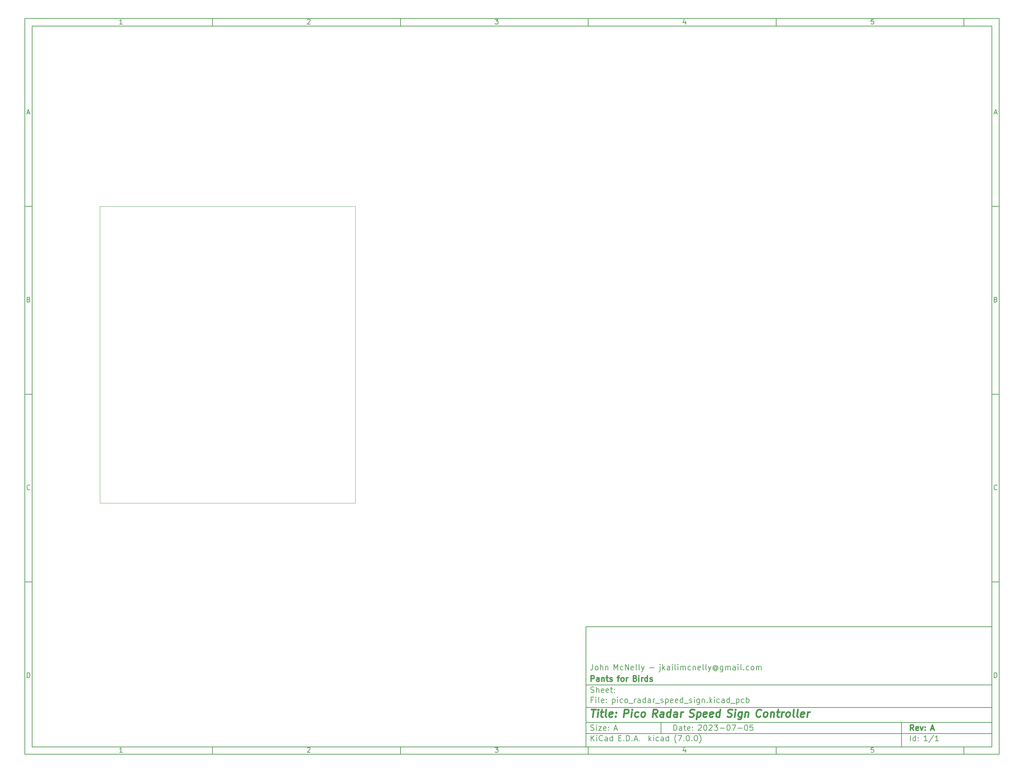
<source format=gbr>
%TF.GenerationSoftware,KiCad,Pcbnew,(7.0.0)*%
%TF.CreationDate,2023-07-05T22:29:38-07:00*%
%TF.ProjectId,pico_radar_speed_sign,7069636f-5f72-4616-9461-725f73706565,A*%
%TF.SameCoordinates,Original*%
%TF.FileFunction,Profile,NP*%
%FSLAX46Y46*%
G04 Gerber Fmt 4.6, Leading zero omitted, Abs format (unit mm)*
G04 Created by KiCad (PCBNEW (7.0.0)) date 2023-07-05 22:29:38*
%MOMM*%
%LPD*%
G01*
G04 APERTURE LIST*
%ADD10C,0.100000*%
%ADD11C,0.150000*%
%ADD12C,0.300000*%
%ADD13C,0.400000*%
%TA.AperFunction,Profile*%
%ADD14C,0.100000*%
%TD*%
G04 APERTURE END LIST*
D10*
D11*
X159400000Y-171900000D02*
X267400000Y-171900000D01*
X267400000Y-203900000D01*
X159400000Y-203900000D01*
X159400000Y-171900000D01*
D10*
D11*
X10000000Y-10000000D02*
X269400000Y-10000000D01*
X269400000Y-205900000D01*
X10000000Y-205900000D01*
X10000000Y-10000000D01*
D10*
D11*
X12000000Y-12000000D02*
X267400000Y-12000000D01*
X267400000Y-203900000D01*
X12000000Y-203900000D01*
X12000000Y-12000000D01*
D10*
D11*
X60000000Y-12000000D02*
X60000000Y-10000000D01*
D10*
D11*
X110000000Y-12000000D02*
X110000000Y-10000000D01*
D10*
D11*
X160000000Y-12000000D02*
X160000000Y-10000000D01*
D10*
D11*
X210000000Y-12000000D02*
X210000000Y-10000000D01*
D10*
D11*
X260000000Y-12000000D02*
X260000000Y-10000000D01*
D10*
D11*
X35990476Y-11477595D02*
X35247619Y-11477595D01*
X35619047Y-11477595D02*
X35619047Y-10177595D01*
X35619047Y-10177595D02*
X35495238Y-10363309D01*
X35495238Y-10363309D02*
X35371428Y-10487119D01*
X35371428Y-10487119D02*
X35247619Y-10549023D01*
D10*
D11*
X85247619Y-10301404D02*
X85309523Y-10239500D01*
X85309523Y-10239500D02*
X85433333Y-10177595D01*
X85433333Y-10177595D02*
X85742857Y-10177595D01*
X85742857Y-10177595D02*
X85866666Y-10239500D01*
X85866666Y-10239500D02*
X85928571Y-10301404D01*
X85928571Y-10301404D02*
X85990476Y-10425214D01*
X85990476Y-10425214D02*
X85990476Y-10549023D01*
X85990476Y-10549023D02*
X85928571Y-10734738D01*
X85928571Y-10734738D02*
X85185714Y-11477595D01*
X85185714Y-11477595D02*
X85990476Y-11477595D01*
D10*
D11*
X135185714Y-10177595D02*
X135990476Y-10177595D01*
X135990476Y-10177595D02*
X135557142Y-10672833D01*
X135557142Y-10672833D02*
X135742857Y-10672833D01*
X135742857Y-10672833D02*
X135866666Y-10734738D01*
X135866666Y-10734738D02*
X135928571Y-10796642D01*
X135928571Y-10796642D02*
X135990476Y-10920452D01*
X135990476Y-10920452D02*
X135990476Y-11229976D01*
X135990476Y-11229976D02*
X135928571Y-11353785D01*
X135928571Y-11353785D02*
X135866666Y-11415690D01*
X135866666Y-11415690D02*
X135742857Y-11477595D01*
X135742857Y-11477595D02*
X135371428Y-11477595D01*
X135371428Y-11477595D02*
X135247619Y-11415690D01*
X135247619Y-11415690D02*
X135185714Y-11353785D01*
D10*
D11*
X185866666Y-10610928D02*
X185866666Y-11477595D01*
X185557142Y-10115690D02*
X185247619Y-11044261D01*
X185247619Y-11044261D02*
X186052380Y-11044261D01*
D10*
D11*
X235928571Y-10177595D02*
X235309523Y-10177595D01*
X235309523Y-10177595D02*
X235247619Y-10796642D01*
X235247619Y-10796642D02*
X235309523Y-10734738D01*
X235309523Y-10734738D02*
X235433333Y-10672833D01*
X235433333Y-10672833D02*
X235742857Y-10672833D01*
X235742857Y-10672833D02*
X235866666Y-10734738D01*
X235866666Y-10734738D02*
X235928571Y-10796642D01*
X235928571Y-10796642D02*
X235990476Y-10920452D01*
X235990476Y-10920452D02*
X235990476Y-11229976D01*
X235990476Y-11229976D02*
X235928571Y-11353785D01*
X235928571Y-11353785D02*
X235866666Y-11415690D01*
X235866666Y-11415690D02*
X235742857Y-11477595D01*
X235742857Y-11477595D02*
X235433333Y-11477595D01*
X235433333Y-11477595D02*
X235309523Y-11415690D01*
X235309523Y-11415690D02*
X235247619Y-11353785D01*
D10*
D11*
X60000000Y-203900000D02*
X60000000Y-205900000D01*
D10*
D11*
X110000000Y-203900000D02*
X110000000Y-205900000D01*
D10*
D11*
X160000000Y-203900000D02*
X160000000Y-205900000D01*
D10*
D11*
X210000000Y-203900000D02*
X210000000Y-205900000D01*
D10*
D11*
X260000000Y-203900000D02*
X260000000Y-205900000D01*
D10*
D11*
X35990476Y-205377595D02*
X35247619Y-205377595D01*
X35619047Y-205377595D02*
X35619047Y-204077595D01*
X35619047Y-204077595D02*
X35495238Y-204263309D01*
X35495238Y-204263309D02*
X35371428Y-204387119D01*
X35371428Y-204387119D02*
X35247619Y-204449023D01*
D10*
D11*
X85247619Y-204201404D02*
X85309523Y-204139500D01*
X85309523Y-204139500D02*
X85433333Y-204077595D01*
X85433333Y-204077595D02*
X85742857Y-204077595D01*
X85742857Y-204077595D02*
X85866666Y-204139500D01*
X85866666Y-204139500D02*
X85928571Y-204201404D01*
X85928571Y-204201404D02*
X85990476Y-204325214D01*
X85990476Y-204325214D02*
X85990476Y-204449023D01*
X85990476Y-204449023D02*
X85928571Y-204634738D01*
X85928571Y-204634738D02*
X85185714Y-205377595D01*
X85185714Y-205377595D02*
X85990476Y-205377595D01*
D10*
D11*
X135185714Y-204077595D02*
X135990476Y-204077595D01*
X135990476Y-204077595D02*
X135557142Y-204572833D01*
X135557142Y-204572833D02*
X135742857Y-204572833D01*
X135742857Y-204572833D02*
X135866666Y-204634738D01*
X135866666Y-204634738D02*
X135928571Y-204696642D01*
X135928571Y-204696642D02*
X135990476Y-204820452D01*
X135990476Y-204820452D02*
X135990476Y-205129976D01*
X135990476Y-205129976D02*
X135928571Y-205253785D01*
X135928571Y-205253785D02*
X135866666Y-205315690D01*
X135866666Y-205315690D02*
X135742857Y-205377595D01*
X135742857Y-205377595D02*
X135371428Y-205377595D01*
X135371428Y-205377595D02*
X135247619Y-205315690D01*
X135247619Y-205315690D02*
X135185714Y-205253785D01*
D10*
D11*
X185866666Y-204510928D02*
X185866666Y-205377595D01*
X185557142Y-204015690D02*
X185247619Y-204944261D01*
X185247619Y-204944261D02*
X186052380Y-204944261D01*
D10*
D11*
X235928571Y-204077595D02*
X235309523Y-204077595D01*
X235309523Y-204077595D02*
X235247619Y-204696642D01*
X235247619Y-204696642D02*
X235309523Y-204634738D01*
X235309523Y-204634738D02*
X235433333Y-204572833D01*
X235433333Y-204572833D02*
X235742857Y-204572833D01*
X235742857Y-204572833D02*
X235866666Y-204634738D01*
X235866666Y-204634738D02*
X235928571Y-204696642D01*
X235928571Y-204696642D02*
X235990476Y-204820452D01*
X235990476Y-204820452D02*
X235990476Y-205129976D01*
X235990476Y-205129976D02*
X235928571Y-205253785D01*
X235928571Y-205253785D02*
X235866666Y-205315690D01*
X235866666Y-205315690D02*
X235742857Y-205377595D01*
X235742857Y-205377595D02*
X235433333Y-205377595D01*
X235433333Y-205377595D02*
X235309523Y-205315690D01*
X235309523Y-205315690D02*
X235247619Y-205253785D01*
D10*
D11*
X10000000Y-60000000D02*
X12000000Y-60000000D01*
D10*
D11*
X10000000Y-110000000D02*
X12000000Y-110000000D01*
D10*
D11*
X10000000Y-160000000D02*
X12000000Y-160000000D01*
D10*
D11*
X10690476Y-35106166D02*
X11309523Y-35106166D01*
X10566666Y-35477595D02*
X10999999Y-34177595D01*
X10999999Y-34177595D02*
X11433333Y-35477595D01*
D10*
D11*
X11092857Y-84796642D02*
X11278571Y-84858547D01*
X11278571Y-84858547D02*
X11340476Y-84920452D01*
X11340476Y-84920452D02*
X11402380Y-85044261D01*
X11402380Y-85044261D02*
X11402380Y-85229976D01*
X11402380Y-85229976D02*
X11340476Y-85353785D01*
X11340476Y-85353785D02*
X11278571Y-85415690D01*
X11278571Y-85415690D02*
X11154761Y-85477595D01*
X11154761Y-85477595D02*
X10659523Y-85477595D01*
X10659523Y-85477595D02*
X10659523Y-84177595D01*
X10659523Y-84177595D02*
X11092857Y-84177595D01*
X11092857Y-84177595D02*
X11216666Y-84239500D01*
X11216666Y-84239500D02*
X11278571Y-84301404D01*
X11278571Y-84301404D02*
X11340476Y-84425214D01*
X11340476Y-84425214D02*
X11340476Y-84549023D01*
X11340476Y-84549023D02*
X11278571Y-84672833D01*
X11278571Y-84672833D02*
X11216666Y-84734738D01*
X11216666Y-84734738D02*
X11092857Y-84796642D01*
X11092857Y-84796642D02*
X10659523Y-84796642D01*
D10*
D11*
X11402380Y-135353785D02*
X11340476Y-135415690D01*
X11340476Y-135415690D02*
X11154761Y-135477595D01*
X11154761Y-135477595D02*
X11030952Y-135477595D01*
X11030952Y-135477595D02*
X10845238Y-135415690D01*
X10845238Y-135415690D02*
X10721428Y-135291880D01*
X10721428Y-135291880D02*
X10659523Y-135168071D01*
X10659523Y-135168071D02*
X10597619Y-134920452D01*
X10597619Y-134920452D02*
X10597619Y-134734738D01*
X10597619Y-134734738D02*
X10659523Y-134487119D01*
X10659523Y-134487119D02*
X10721428Y-134363309D01*
X10721428Y-134363309D02*
X10845238Y-134239500D01*
X10845238Y-134239500D02*
X11030952Y-134177595D01*
X11030952Y-134177595D02*
X11154761Y-134177595D01*
X11154761Y-134177595D02*
X11340476Y-134239500D01*
X11340476Y-134239500D02*
X11402380Y-134301404D01*
D10*
D11*
X10659523Y-185477595D02*
X10659523Y-184177595D01*
X10659523Y-184177595D02*
X10969047Y-184177595D01*
X10969047Y-184177595D02*
X11154761Y-184239500D01*
X11154761Y-184239500D02*
X11278571Y-184363309D01*
X11278571Y-184363309D02*
X11340476Y-184487119D01*
X11340476Y-184487119D02*
X11402380Y-184734738D01*
X11402380Y-184734738D02*
X11402380Y-184920452D01*
X11402380Y-184920452D02*
X11340476Y-185168071D01*
X11340476Y-185168071D02*
X11278571Y-185291880D01*
X11278571Y-185291880D02*
X11154761Y-185415690D01*
X11154761Y-185415690D02*
X10969047Y-185477595D01*
X10969047Y-185477595D02*
X10659523Y-185477595D01*
D10*
D11*
X269400000Y-60000000D02*
X267400000Y-60000000D01*
D10*
D11*
X269400000Y-110000000D02*
X267400000Y-110000000D01*
D10*
D11*
X269400000Y-160000000D02*
X267400000Y-160000000D01*
D10*
D11*
X268090476Y-35106166D02*
X268709523Y-35106166D01*
X267966666Y-35477595D02*
X268399999Y-34177595D01*
X268399999Y-34177595D02*
X268833333Y-35477595D01*
D10*
D11*
X268492857Y-84796642D02*
X268678571Y-84858547D01*
X268678571Y-84858547D02*
X268740476Y-84920452D01*
X268740476Y-84920452D02*
X268802380Y-85044261D01*
X268802380Y-85044261D02*
X268802380Y-85229976D01*
X268802380Y-85229976D02*
X268740476Y-85353785D01*
X268740476Y-85353785D02*
X268678571Y-85415690D01*
X268678571Y-85415690D02*
X268554761Y-85477595D01*
X268554761Y-85477595D02*
X268059523Y-85477595D01*
X268059523Y-85477595D02*
X268059523Y-84177595D01*
X268059523Y-84177595D02*
X268492857Y-84177595D01*
X268492857Y-84177595D02*
X268616666Y-84239500D01*
X268616666Y-84239500D02*
X268678571Y-84301404D01*
X268678571Y-84301404D02*
X268740476Y-84425214D01*
X268740476Y-84425214D02*
X268740476Y-84549023D01*
X268740476Y-84549023D02*
X268678571Y-84672833D01*
X268678571Y-84672833D02*
X268616666Y-84734738D01*
X268616666Y-84734738D02*
X268492857Y-84796642D01*
X268492857Y-84796642D02*
X268059523Y-84796642D01*
D10*
D11*
X268802380Y-135353785D02*
X268740476Y-135415690D01*
X268740476Y-135415690D02*
X268554761Y-135477595D01*
X268554761Y-135477595D02*
X268430952Y-135477595D01*
X268430952Y-135477595D02*
X268245238Y-135415690D01*
X268245238Y-135415690D02*
X268121428Y-135291880D01*
X268121428Y-135291880D02*
X268059523Y-135168071D01*
X268059523Y-135168071D02*
X267997619Y-134920452D01*
X267997619Y-134920452D02*
X267997619Y-134734738D01*
X267997619Y-134734738D02*
X268059523Y-134487119D01*
X268059523Y-134487119D02*
X268121428Y-134363309D01*
X268121428Y-134363309D02*
X268245238Y-134239500D01*
X268245238Y-134239500D02*
X268430952Y-134177595D01*
X268430952Y-134177595D02*
X268554761Y-134177595D01*
X268554761Y-134177595D02*
X268740476Y-134239500D01*
X268740476Y-134239500D02*
X268802380Y-134301404D01*
D10*
D11*
X268059523Y-185477595D02*
X268059523Y-184177595D01*
X268059523Y-184177595D02*
X268369047Y-184177595D01*
X268369047Y-184177595D02*
X268554761Y-184239500D01*
X268554761Y-184239500D02*
X268678571Y-184363309D01*
X268678571Y-184363309D02*
X268740476Y-184487119D01*
X268740476Y-184487119D02*
X268802380Y-184734738D01*
X268802380Y-184734738D02*
X268802380Y-184920452D01*
X268802380Y-184920452D02*
X268740476Y-185168071D01*
X268740476Y-185168071D02*
X268678571Y-185291880D01*
X268678571Y-185291880D02*
X268554761Y-185415690D01*
X268554761Y-185415690D02*
X268369047Y-185477595D01*
X268369047Y-185477595D02*
X268059523Y-185477595D01*
D10*
D11*
X182757142Y-199551071D02*
X182757142Y-198051071D01*
X182757142Y-198051071D02*
X183114285Y-198051071D01*
X183114285Y-198051071D02*
X183328571Y-198122500D01*
X183328571Y-198122500D02*
X183471428Y-198265357D01*
X183471428Y-198265357D02*
X183542857Y-198408214D01*
X183542857Y-198408214D02*
X183614285Y-198693928D01*
X183614285Y-198693928D02*
X183614285Y-198908214D01*
X183614285Y-198908214D02*
X183542857Y-199193928D01*
X183542857Y-199193928D02*
X183471428Y-199336785D01*
X183471428Y-199336785D02*
X183328571Y-199479642D01*
X183328571Y-199479642D02*
X183114285Y-199551071D01*
X183114285Y-199551071D02*
X182757142Y-199551071D01*
X184900000Y-199551071D02*
X184900000Y-198765357D01*
X184900000Y-198765357D02*
X184828571Y-198622500D01*
X184828571Y-198622500D02*
X184685714Y-198551071D01*
X184685714Y-198551071D02*
X184400000Y-198551071D01*
X184400000Y-198551071D02*
X184257142Y-198622500D01*
X184900000Y-199479642D02*
X184757142Y-199551071D01*
X184757142Y-199551071D02*
X184400000Y-199551071D01*
X184400000Y-199551071D02*
X184257142Y-199479642D01*
X184257142Y-199479642D02*
X184185714Y-199336785D01*
X184185714Y-199336785D02*
X184185714Y-199193928D01*
X184185714Y-199193928D02*
X184257142Y-199051071D01*
X184257142Y-199051071D02*
X184400000Y-198979642D01*
X184400000Y-198979642D02*
X184757142Y-198979642D01*
X184757142Y-198979642D02*
X184900000Y-198908214D01*
X185400000Y-198551071D02*
X185971428Y-198551071D01*
X185614285Y-198051071D02*
X185614285Y-199336785D01*
X185614285Y-199336785D02*
X185685714Y-199479642D01*
X185685714Y-199479642D02*
X185828571Y-199551071D01*
X185828571Y-199551071D02*
X185971428Y-199551071D01*
X187042857Y-199479642D02*
X186900000Y-199551071D01*
X186900000Y-199551071D02*
X186614286Y-199551071D01*
X186614286Y-199551071D02*
X186471428Y-199479642D01*
X186471428Y-199479642D02*
X186400000Y-199336785D01*
X186400000Y-199336785D02*
X186400000Y-198765357D01*
X186400000Y-198765357D02*
X186471428Y-198622500D01*
X186471428Y-198622500D02*
X186614286Y-198551071D01*
X186614286Y-198551071D02*
X186900000Y-198551071D01*
X186900000Y-198551071D02*
X187042857Y-198622500D01*
X187042857Y-198622500D02*
X187114286Y-198765357D01*
X187114286Y-198765357D02*
X187114286Y-198908214D01*
X187114286Y-198908214D02*
X186400000Y-199051071D01*
X187757142Y-199408214D02*
X187828571Y-199479642D01*
X187828571Y-199479642D02*
X187757142Y-199551071D01*
X187757142Y-199551071D02*
X187685714Y-199479642D01*
X187685714Y-199479642D02*
X187757142Y-199408214D01*
X187757142Y-199408214D02*
X187757142Y-199551071D01*
X187757142Y-198622500D02*
X187828571Y-198693928D01*
X187828571Y-198693928D02*
X187757142Y-198765357D01*
X187757142Y-198765357D02*
X187685714Y-198693928D01*
X187685714Y-198693928D02*
X187757142Y-198622500D01*
X187757142Y-198622500D02*
X187757142Y-198765357D01*
X189300000Y-198193928D02*
X189371428Y-198122500D01*
X189371428Y-198122500D02*
X189514286Y-198051071D01*
X189514286Y-198051071D02*
X189871428Y-198051071D01*
X189871428Y-198051071D02*
X190014286Y-198122500D01*
X190014286Y-198122500D02*
X190085714Y-198193928D01*
X190085714Y-198193928D02*
X190157143Y-198336785D01*
X190157143Y-198336785D02*
X190157143Y-198479642D01*
X190157143Y-198479642D02*
X190085714Y-198693928D01*
X190085714Y-198693928D02*
X189228571Y-199551071D01*
X189228571Y-199551071D02*
X190157143Y-199551071D01*
X191085714Y-198051071D02*
X191228571Y-198051071D01*
X191228571Y-198051071D02*
X191371428Y-198122500D01*
X191371428Y-198122500D02*
X191442857Y-198193928D01*
X191442857Y-198193928D02*
X191514285Y-198336785D01*
X191514285Y-198336785D02*
X191585714Y-198622500D01*
X191585714Y-198622500D02*
X191585714Y-198979642D01*
X191585714Y-198979642D02*
X191514285Y-199265357D01*
X191514285Y-199265357D02*
X191442857Y-199408214D01*
X191442857Y-199408214D02*
X191371428Y-199479642D01*
X191371428Y-199479642D02*
X191228571Y-199551071D01*
X191228571Y-199551071D02*
X191085714Y-199551071D01*
X191085714Y-199551071D02*
X190942857Y-199479642D01*
X190942857Y-199479642D02*
X190871428Y-199408214D01*
X190871428Y-199408214D02*
X190799999Y-199265357D01*
X190799999Y-199265357D02*
X190728571Y-198979642D01*
X190728571Y-198979642D02*
X190728571Y-198622500D01*
X190728571Y-198622500D02*
X190799999Y-198336785D01*
X190799999Y-198336785D02*
X190871428Y-198193928D01*
X190871428Y-198193928D02*
X190942857Y-198122500D01*
X190942857Y-198122500D02*
X191085714Y-198051071D01*
X192157142Y-198193928D02*
X192228570Y-198122500D01*
X192228570Y-198122500D02*
X192371428Y-198051071D01*
X192371428Y-198051071D02*
X192728570Y-198051071D01*
X192728570Y-198051071D02*
X192871428Y-198122500D01*
X192871428Y-198122500D02*
X192942856Y-198193928D01*
X192942856Y-198193928D02*
X193014285Y-198336785D01*
X193014285Y-198336785D02*
X193014285Y-198479642D01*
X193014285Y-198479642D02*
X192942856Y-198693928D01*
X192942856Y-198693928D02*
X192085713Y-199551071D01*
X192085713Y-199551071D02*
X193014285Y-199551071D01*
X193514284Y-198051071D02*
X194442856Y-198051071D01*
X194442856Y-198051071D02*
X193942856Y-198622500D01*
X193942856Y-198622500D02*
X194157141Y-198622500D01*
X194157141Y-198622500D02*
X194299999Y-198693928D01*
X194299999Y-198693928D02*
X194371427Y-198765357D01*
X194371427Y-198765357D02*
X194442856Y-198908214D01*
X194442856Y-198908214D02*
X194442856Y-199265357D01*
X194442856Y-199265357D02*
X194371427Y-199408214D01*
X194371427Y-199408214D02*
X194299999Y-199479642D01*
X194299999Y-199479642D02*
X194157141Y-199551071D01*
X194157141Y-199551071D02*
X193728570Y-199551071D01*
X193728570Y-199551071D02*
X193585713Y-199479642D01*
X193585713Y-199479642D02*
X193514284Y-199408214D01*
X195085712Y-198979642D02*
X196228570Y-198979642D01*
X197228570Y-198051071D02*
X197371427Y-198051071D01*
X197371427Y-198051071D02*
X197514284Y-198122500D01*
X197514284Y-198122500D02*
X197585713Y-198193928D01*
X197585713Y-198193928D02*
X197657141Y-198336785D01*
X197657141Y-198336785D02*
X197728570Y-198622500D01*
X197728570Y-198622500D02*
X197728570Y-198979642D01*
X197728570Y-198979642D02*
X197657141Y-199265357D01*
X197657141Y-199265357D02*
X197585713Y-199408214D01*
X197585713Y-199408214D02*
X197514284Y-199479642D01*
X197514284Y-199479642D02*
X197371427Y-199551071D01*
X197371427Y-199551071D02*
X197228570Y-199551071D01*
X197228570Y-199551071D02*
X197085713Y-199479642D01*
X197085713Y-199479642D02*
X197014284Y-199408214D01*
X197014284Y-199408214D02*
X196942855Y-199265357D01*
X196942855Y-199265357D02*
X196871427Y-198979642D01*
X196871427Y-198979642D02*
X196871427Y-198622500D01*
X196871427Y-198622500D02*
X196942855Y-198336785D01*
X196942855Y-198336785D02*
X197014284Y-198193928D01*
X197014284Y-198193928D02*
X197085713Y-198122500D01*
X197085713Y-198122500D02*
X197228570Y-198051071D01*
X198228569Y-198051071D02*
X199228569Y-198051071D01*
X199228569Y-198051071D02*
X198585712Y-199551071D01*
X199799997Y-198979642D02*
X200942855Y-198979642D01*
X201942855Y-198051071D02*
X202085712Y-198051071D01*
X202085712Y-198051071D02*
X202228569Y-198122500D01*
X202228569Y-198122500D02*
X202299998Y-198193928D01*
X202299998Y-198193928D02*
X202371426Y-198336785D01*
X202371426Y-198336785D02*
X202442855Y-198622500D01*
X202442855Y-198622500D02*
X202442855Y-198979642D01*
X202442855Y-198979642D02*
X202371426Y-199265357D01*
X202371426Y-199265357D02*
X202299998Y-199408214D01*
X202299998Y-199408214D02*
X202228569Y-199479642D01*
X202228569Y-199479642D02*
X202085712Y-199551071D01*
X202085712Y-199551071D02*
X201942855Y-199551071D01*
X201942855Y-199551071D02*
X201799998Y-199479642D01*
X201799998Y-199479642D02*
X201728569Y-199408214D01*
X201728569Y-199408214D02*
X201657140Y-199265357D01*
X201657140Y-199265357D02*
X201585712Y-198979642D01*
X201585712Y-198979642D02*
X201585712Y-198622500D01*
X201585712Y-198622500D02*
X201657140Y-198336785D01*
X201657140Y-198336785D02*
X201728569Y-198193928D01*
X201728569Y-198193928D02*
X201799998Y-198122500D01*
X201799998Y-198122500D02*
X201942855Y-198051071D01*
X203799997Y-198051071D02*
X203085711Y-198051071D01*
X203085711Y-198051071D02*
X203014283Y-198765357D01*
X203014283Y-198765357D02*
X203085711Y-198693928D01*
X203085711Y-198693928D02*
X203228569Y-198622500D01*
X203228569Y-198622500D02*
X203585711Y-198622500D01*
X203585711Y-198622500D02*
X203728569Y-198693928D01*
X203728569Y-198693928D02*
X203799997Y-198765357D01*
X203799997Y-198765357D02*
X203871426Y-198908214D01*
X203871426Y-198908214D02*
X203871426Y-199265357D01*
X203871426Y-199265357D02*
X203799997Y-199408214D01*
X203799997Y-199408214D02*
X203728569Y-199479642D01*
X203728569Y-199479642D02*
X203585711Y-199551071D01*
X203585711Y-199551071D02*
X203228569Y-199551071D01*
X203228569Y-199551071D02*
X203085711Y-199479642D01*
X203085711Y-199479642D02*
X203014283Y-199408214D01*
D10*
D11*
X159400000Y-200400000D02*
X267400000Y-200400000D01*
D10*
D11*
X160757142Y-202351071D02*
X160757142Y-200851071D01*
X161614285Y-202351071D02*
X160971428Y-201493928D01*
X161614285Y-200851071D02*
X160757142Y-201708214D01*
X162257142Y-202351071D02*
X162257142Y-201351071D01*
X162257142Y-200851071D02*
X162185714Y-200922500D01*
X162185714Y-200922500D02*
X162257142Y-200993928D01*
X162257142Y-200993928D02*
X162328571Y-200922500D01*
X162328571Y-200922500D02*
X162257142Y-200851071D01*
X162257142Y-200851071D02*
X162257142Y-200993928D01*
X163828571Y-202208214D02*
X163757143Y-202279642D01*
X163757143Y-202279642D02*
X163542857Y-202351071D01*
X163542857Y-202351071D02*
X163400000Y-202351071D01*
X163400000Y-202351071D02*
X163185714Y-202279642D01*
X163185714Y-202279642D02*
X163042857Y-202136785D01*
X163042857Y-202136785D02*
X162971428Y-201993928D01*
X162971428Y-201993928D02*
X162900000Y-201708214D01*
X162900000Y-201708214D02*
X162900000Y-201493928D01*
X162900000Y-201493928D02*
X162971428Y-201208214D01*
X162971428Y-201208214D02*
X163042857Y-201065357D01*
X163042857Y-201065357D02*
X163185714Y-200922500D01*
X163185714Y-200922500D02*
X163400000Y-200851071D01*
X163400000Y-200851071D02*
X163542857Y-200851071D01*
X163542857Y-200851071D02*
X163757143Y-200922500D01*
X163757143Y-200922500D02*
X163828571Y-200993928D01*
X165114286Y-202351071D02*
X165114286Y-201565357D01*
X165114286Y-201565357D02*
X165042857Y-201422500D01*
X165042857Y-201422500D02*
X164900000Y-201351071D01*
X164900000Y-201351071D02*
X164614286Y-201351071D01*
X164614286Y-201351071D02*
X164471428Y-201422500D01*
X165114286Y-202279642D02*
X164971428Y-202351071D01*
X164971428Y-202351071D02*
X164614286Y-202351071D01*
X164614286Y-202351071D02*
X164471428Y-202279642D01*
X164471428Y-202279642D02*
X164400000Y-202136785D01*
X164400000Y-202136785D02*
X164400000Y-201993928D01*
X164400000Y-201993928D02*
X164471428Y-201851071D01*
X164471428Y-201851071D02*
X164614286Y-201779642D01*
X164614286Y-201779642D02*
X164971428Y-201779642D01*
X164971428Y-201779642D02*
X165114286Y-201708214D01*
X166471429Y-202351071D02*
X166471429Y-200851071D01*
X166471429Y-202279642D02*
X166328571Y-202351071D01*
X166328571Y-202351071D02*
X166042857Y-202351071D01*
X166042857Y-202351071D02*
X165900000Y-202279642D01*
X165900000Y-202279642D02*
X165828571Y-202208214D01*
X165828571Y-202208214D02*
X165757143Y-202065357D01*
X165757143Y-202065357D02*
X165757143Y-201636785D01*
X165757143Y-201636785D02*
X165828571Y-201493928D01*
X165828571Y-201493928D02*
X165900000Y-201422500D01*
X165900000Y-201422500D02*
X166042857Y-201351071D01*
X166042857Y-201351071D02*
X166328571Y-201351071D01*
X166328571Y-201351071D02*
X166471429Y-201422500D01*
X168085714Y-201565357D02*
X168585714Y-201565357D01*
X168800000Y-202351071D02*
X168085714Y-202351071D01*
X168085714Y-202351071D02*
X168085714Y-200851071D01*
X168085714Y-200851071D02*
X168800000Y-200851071D01*
X169442857Y-202208214D02*
X169514286Y-202279642D01*
X169514286Y-202279642D02*
X169442857Y-202351071D01*
X169442857Y-202351071D02*
X169371429Y-202279642D01*
X169371429Y-202279642D02*
X169442857Y-202208214D01*
X169442857Y-202208214D02*
X169442857Y-202351071D01*
X170157143Y-202351071D02*
X170157143Y-200851071D01*
X170157143Y-200851071D02*
X170514286Y-200851071D01*
X170514286Y-200851071D02*
X170728572Y-200922500D01*
X170728572Y-200922500D02*
X170871429Y-201065357D01*
X170871429Y-201065357D02*
X170942858Y-201208214D01*
X170942858Y-201208214D02*
X171014286Y-201493928D01*
X171014286Y-201493928D02*
X171014286Y-201708214D01*
X171014286Y-201708214D02*
X170942858Y-201993928D01*
X170942858Y-201993928D02*
X170871429Y-202136785D01*
X170871429Y-202136785D02*
X170728572Y-202279642D01*
X170728572Y-202279642D02*
X170514286Y-202351071D01*
X170514286Y-202351071D02*
X170157143Y-202351071D01*
X171657143Y-202208214D02*
X171728572Y-202279642D01*
X171728572Y-202279642D02*
X171657143Y-202351071D01*
X171657143Y-202351071D02*
X171585715Y-202279642D01*
X171585715Y-202279642D02*
X171657143Y-202208214D01*
X171657143Y-202208214D02*
X171657143Y-202351071D01*
X172300001Y-201922500D02*
X173014287Y-201922500D01*
X172157144Y-202351071D02*
X172657144Y-200851071D01*
X172657144Y-200851071D02*
X173157144Y-202351071D01*
X173657143Y-202208214D02*
X173728572Y-202279642D01*
X173728572Y-202279642D02*
X173657143Y-202351071D01*
X173657143Y-202351071D02*
X173585715Y-202279642D01*
X173585715Y-202279642D02*
X173657143Y-202208214D01*
X173657143Y-202208214D02*
X173657143Y-202351071D01*
X176171429Y-202351071D02*
X176171429Y-200851071D01*
X176314287Y-201779642D02*
X176742858Y-202351071D01*
X176742858Y-201351071D02*
X176171429Y-201922500D01*
X177385715Y-202351071D02*
X177385715Y-201351071D01*
X177385715Y-200851071D02*
X177314287Y-200922500D01*
X177314287Y-200922500D02*
X177385715Y-200993928D01*
X177385715Y-200993928D02*
X177457144Y-200922500D01*
X177457144Y-200922500D02*
X177385715Y-200851071D01*
X177385715Y-200851071D02*
X177385715Y-200993928D01*
X178742859Y-202279642D02*
X178600001Y-202351071D01*
X178600001Y-202351071D02*
X178314287Y-202351071D01*
X178314287Y-202351071D02*
X178171430Y-202279642D01*
X178171430Y-202279642D02*
X178100001Y-202208214D01*
X178100001Y-202208214D02*
X178028573Y-202065357D01*
X178028573Y-202065357D02*
X178028573Y-201636785D01*
X178028573Y-201636785D02*
X178100001Y-201493928D01*
X178100001Y-201493928D02*
X178171430Y-201422500D01*
X178171430Y-201422500D02*
X178314287Y-201351071D01*
X178314287Y-201351071D02*
X178600001Y-201351071D01*
X178600001Y-201351071D02*
X178742859Y-201422500D01*
X180028573Y-202351071D02*
X180028573Y-201565357D01*
X180028573Y-201565357D02*
X179957144Y-201422500D01*
X179957144Y-201422500D02*
X179814287Y-201351071D01*
X179814287Y-201351071D02*
X179528573Y-201351071D01*
X179528573Y-201351071D02*
X179385715Y-201422500D01*
X180028573Y-202279642D02*
X179885715Y-202351071D01*
X179885715Y-202351071D02*
X179528573Y-202351071D01*
X179528573Y-202351071D02*
X179385715Y-202279642D01*
X179385715Y-202279642D02*
X179314287Y-202136785D01*
X179314287Y-202136785D02*
X179314287Y-201993928D01*
X179314287Y-201993928D02*
X179385715Y-201851071D01*
X179385715Y-201851071D02*
X179528573Y-201779642D01*
X179528573Y-201779642D02*
X179885715Y-201779642D01*
X179885715Y-201779642D02*
X180028573Y-201708214D01*
X181385716Y-202351071D02*
X181385716Y-200851071D01*
X181385716Y-202279642D02*
X181242858Y-202351071D01*
X181242858Y-202351071D02*
X180957144Y-202351071D01*
X180957144Y-202351071D02*
X180814287Y-202279642D01*
X180814287Y-202279642D02*
X180742858Y-202208214D01*
X180742858Y-202208214D02*
X180671430Y-202065357D01*
X180671430Y-202065357D02*
X180671430Y-201636785D01*
X180671430Y-201636785D02*
X180742858Y-201493928D01*
X180742858Y-201493928D02*
X180814287Y-201422500D01*
X180814287Y-201422500D02*
X180957144Y-201351071D01*
X180957144Y-201351071D02*
X181242858Y-201351071D01*
X181242858Y-201351071D02*
X181385716Y-201422500D01*
X183428573Y-202922500D02*
X183357144Y-202851071D01*
X183357144Y-202851071D02*
X183214287Y-202636785D01*
X183214287Y-202636785D02*
X183142859Y-202493928D01*
X183142859Y-202493928D02*
X183071430Y-202279642D01*
X183071430Y-202279642D02*
X183000001Y-201922500D01*
X183000001Y-201922500D02*
X183000001Y-201636785D01*
X183000001Y-201636785D02*
X183071430Y-201279642D01*
X183071430Y-201279642D02*
X183142859Y-201065357D01*
X183142859Y-201065357D02*
X183214287Y-200922500D01*
X183214287Y-200922500D02*
X183357144Y-200708214D01*
X183357144Y-200708214D02*
X183428573Y-200636785D01*
X183857144Y-200851071D02*
X184857144Y-200851071D01*
X184857144Y-200851071D02*
X184214287Y-202351071D01*
X185428572Y-202208214D02*
X185500001Y-202279642D01*
X185500001Y-202279642D02*
X185428572Y-202351071D01*
X185428572Y-202351071D02*
X185357144Y-202279642D01*
X185357144Y-202279642D02*
X185428572Y-202208214D01*
X185428572Y-202208214D02*
X185428572Y-202351071D01*
X186428573Y-200851071D02*
X186571430Y-200851071D01*
X186571430Y-200851071D02*
X186714287Y-200922500D01*
X186714287Y-200922500D02*
X186785716Y-200993928D01*
X186785716Y-200993928D02*
X186857144Y-201136785D01*
X186857144Y-201136785D02*
X186928573Y-201422500D01*
X186928573Y-201422500D02*
X186928573Y-201779642D01*
X186928573Y-201779642D02*
X186857144Y-202065357D01*
X186857144Y-202065357D02*
X186785716Y-202208214D01*
X186785716Y-202208214D02*
X186714287Y-202279642D01*
X186714287Y-202279642D02*
X186571430Y-202351071D01*
X186571430Y-202351071D02*
X186428573Y-202351071D01*
X186428573Y-202351071D02*
X186285716Y-202279642D01*
X186285716Y-202279642D02*
X186214287Y-202208214D01*
X186214287Y-202208214D02*
X186142858Y-202065357D01*
X186142858Y-202065357D02*
X186071430Y-201779642D01*
X186071430Y-201779642D02*
X186071430Y-201422500D01*
X186071430Y-201422500D02*
X186142858Y-201136785D01*
X186142858Y-201136785D02*
X186214287Y-200993928D01*
X186214287Y-200993928D02*
X186285716Y-200922500D01*
X186285716Y-200922500D02*
X186428573Y-200851071D01*
X187571429Y-202208214D02*
X187642858Y-202279642D01*
X187642858Y-202279642D02*
X187571429Y-202351071D01*
X187571429Y-202351071D02*
X187500001Y-202279642D01*
X187500001Y-202279642D02*
X187571429Y-202208214D01*
X187571429Y-202208214D02*
X187571429Y-202351071D01*
X188571430Y-200851071D02*
X188714287Y-200851071D01*
X188714287Y-200851071D02*
X188857144Y-200922500D01*
X188857144Y-200922500D02*
X188928573Y-200993928D01*
X188928573Y-200993928D02*
X189000001Y-201136785D01*
X189000001Y-201136785D02*
X189071430Y-201422500D01*
X189071430Y-201422500D02*
X189071430Y-201779642D01*
X189071430Y-201779642D02*
X189000001Y-202065357D01*
X189000001Y-202065357D02*
X188928573Y-202208214D01*
X188928573Y-202208214D02*
X188857144Y-202279642D01*
X188857144Y-202279642D02*
X188714287Y-202351071D01*
X188714287Y-202351071D02*
X188571430Y-202351071D01*
X188571430Y-202351071D02*
X188428573Y-202279642D01*
X188428573Y-202279642D02*
X188357144Y-202208214D01*
X188357144Y-202208214D02*
X188285715Y-202065357D01*
X188285715Y-202065357D02*
X188214287Y-201779642D01*
X188214287Y-201779642D02*
X188214287Y-201422500D01*
X188214287Y-201422500D02*
X188285715Y-201136785D01*
X188285715Y-201136785D02*
X188357144Y-200993928D01*
X188357144Y-200993928D02*
X188428573Y-200922500D01*
X188428573Y-200922500D02*
X188571430Y-200851071D01*
X189571429Y-202922500D02*
X189642858Y-202851071D01*
X189642858Y-202851071D02*
X189785715Y-202636785D01*
X189785715Y-202636785D02*
X189857144Y-202493928D01*
X189857144Y-202493928D02*
X189928572Y-202279642D01*
X189928572Y-202279642D02*
X190000001Y-201922500D01*
X190000001Y-201922500D02*
X190000001Y-201636785D01*
X190000001Y-201636785D02*
X189928572Y-201279642D01*
X189928572Y-201279642D02*
X189857144Y-201065357D01*
X189857144Y-201065357D02*
X189785715Y-200922500D01*
X189785715Y-200922500D02*
X189642858Y-200708214D01*
X189642858Y-200708214D02*
X189571429Y-200636785D01*
D10*
D11*
X159400000Y-197400000D02*
X267400000Y-197400000D01*
D10*
D12*
X246614285Y-199551071D02*
X246114285Y-198836785D01*
X245757142Y-199551071D02*
X245757142Y-198051071D01*
X245757142Y-198051071D02*
X246328571Y-198051071D01*
X246328571Y-198051071D02*
X246471428Y-198122500D01*
X246471428Y-198122500D02*
X246542857Y-198193928D01*
X246542857Y-198193928D02*
X246614285Y-198336785D01*
X246614285Y-198336785D02*
X246614285Y-198551071D01*
X246614285Y-198551071D02*
X246542857Y-198693928D01*
X246542857Y-198693928D02*
X246471428Y-198765357D01*
X246471428Y-198765357D02*
X246328571Y-198836785D01*
X246328571Y-198836785D02*
X245757142Y-198836785D01*
X247828571Y-199479642D02*
X247685714Y-199551071D01*
X247685714Y-199551071D02*
X247400000Y-199551071D01*
X247400000Y-199551071D02*
X247257142Y-199479642D01*
X247257142Y-199479642D02*
X247185714Y-199336785D01*
X247185714Y-199336785D02*
X247185714Y-198765357D01*
X247185714Y-198765357D02*
X247257142Y-198622500D01*
X247257142Y-198622500D02*
X247400000Y-198551071D01*
X247400000Y-198551071D02*
X247685714Y-198551071D01*
X247685714Y-198551071D02*
X247828571Y-198622500D01*
X247828571Y-198622500D02*
X247900000Y-198765357D01*
X247900000Y-198765357D02*
X247900000Y-198908214D01*
X247900000Y-198908214D02*
X247185714Y-199051071D01*
X248399999Y-198551071D02*
X248757142Y-199551071D01*
X248757142Y-199551071D02*
X249114285Y-198551071D01*
X249685713Y-199408214D02*
X249757142Y-199479642D01*
X249757142Y-199479642D02*
X249685713Y-199551071D01*
X249685713Y-199551071D02*
X249614285Y-199479642D01*
X249614285Y-199479642D02*
X249685713Y-199408214D01*
X249685713Y-199408214D02*
X249685713Y-199551071D01*
X249685713Y-198622500D02*
X249757142Y-198693928D01*
X249757142Y-198693928D02*
X249685713Y-198765357D01*
X249685713Y-198765357D02*
X249614285Y-198693928D01*
X249614285Y-198693928D02*
X249685713Y-198622500D01*
X249685713Y-198622500D02*
X249685713Y-198765357D01*
X251228571Y-199122500D02*
X251942857Y-199122500D01*
X251085714Y-199551071D02*
X251585714Y-198051071D01*
X251585714Y-198051071D02*
X252085714Y-199551071D01*
D10*
D11*
X160685714Y-199479642D02*
X160900000Y-199551071D01*
X160900000Y-199551071D02*
X161257142Y-199551071D01*
X161257142Y-199551071D02*
X161400000Y-199479642D01*
X161400000Y-199479642D02*
X161471428Y-199408214D01*
X161471428Y-199408214D02*
X161542857Y-199265357D01*
X161542857Y-199265357D02*
X161542857Y-199122500D01*
X161542857Y-199122500D02*
X161471428Y-198979642D01*
X161471428Y-198979642D02*
X161400000Y-198908214D01*
X161400000Y-198908214D02*
X161257142Y-198836785D01*
X161257142Y-198836785D02*
X160971428Y-198765357D01*
X160971428Y-198765357D02*
X160828571Y-198693928D01*
X160828571Y-198693928D02*
X160757142Y-198622500D01*
X160757142Y-198622500D02*
X160685714Y-198479642D01*
X160685714Y-198479642D02*
X160685714Y-198336785D01*
X160685714Y-198336785D02*
X160757142Y-198193928D01*
X160757142Y-198193928D02*
X160828571Y-198122500D01*
X160828571Y-198122500D02*
X160971428Y-198051071D01*
X160971428Y-198051071D02*
X161328571Y-198051071D01*
X161328571Y-198051071D02*
X161542857Y-198122500D01*
X162185713Y-199551071D02*
X162185713Y-198551071D01*
X162185713Y-198051071D02*
X162114285Y-198122500D01*
X162114285Y-198122500D02*
X162185713Y-198193928D01*
X162185713Y-198193928D02*
X162257142Y-198122500D01*
X162257142Y-198122500D02*
X162185713Y-198051071D01*
X162185713Y-198051071D02*
X162185713Y-198193928D01*
X162757142Y-198551071D02*
X163542857Y-198551071D01*
X163542857Y-198551071D02*
X162757142Y-199551071D01*
X162757142Y-199551071D02*
X163542857Y-199551071D01*
X164685714Y-199479642D02*
X164542857Y-199551071D01*
X164542857Y-199551071D02*
X164257143Y-199551071D01*
X164257143Y-199551071D02*
X164114285Y-199479642D01*
X164114285Y-199479642D02*
X164042857Y-199336785D01*
X164042857Y-199336785D02*
X164042857Y-198765357D01*
X164042857Y-198765357D02*
X164114285Y-198622500D01*
X164114285Y-198622500D02*
X164257143Y-198551071D01*
X164257143Y-198551071D02*
X164542857Y-198551071D01*
X164542857Y-198551071D02*
X164685714Y-198622500D01*
X164685714Y-198622500D02*
X164757143Y-198765357D01*
X164757143Y-198765357D02*
X164757143Y-198908214D01*
X164757143Y-198908214D02*
X164042857Y-199051071D01*
X165399999Y-199408214D02*
X165471428Y-199479642D01*
X165471428Y-199479642D02*
X165399999Y-199551071D01*
X165399999Y-199551071D02*
X165328571Y-199479642D01*
X165328571Y-199479642D02*
X165399999Y-199408214D01*
X165399999Y-199408214D02*
X165399999Y-199551071D01*
X165399999Y-198622500D02*
X165471428Y-198693928D01*
X165471428Y-198693928D02*
X165399999Y-198765357D01*
X165399999Y-198765357D02*
X165328571Y-198693928D01*
X165328571Y-198693928D02*
X165399999Y-198622500D01*
X165399999Y-198622500D02*
X165399999Y-198765357D01*
X166942857Y-199122500D02*
X167657143Y-199122500D01*
X166800000Y-199551071D02*
X167300000Y-198051071D01*
X167300000Y-198051071D02*
X167800000Y-199551071D01*
D10*
D11*
X245757142Y-202351071D02*
X245757142Y-200851071D01*
X247114286Y-202351071D02*
X247114286Y-200851071D01*
X247114286Y-202279642D02*
X246971428Y-202351071D01*
X246971428Y-202351071D02*
X246685714Y-202351071D01*
X246685714Y-202351071D02*
X246542857Y-202279642D01*
X246542857Y-202279642D02*
X246471428Y-202208214D01*
X246471428Y-202208214D02*
X246400000Y-202065357D01*
X246400000Y-202065357D02*
X246400000Y-201636785D01*
X246400000Y-201636785D02*
X246471428Y-201493928D01*
X246471428Y-201493928D02*
X246542857Y-201422500D01*
X246542857Y-201422500D02*
X246685714Y-201351071D01*
X246685714Y-201351071D02*
X246971428Y-201351071D01*
X246971428Y-201351071D02*
X247114286Y-201422500D01*
X247828571Y-202208214D02*
X247900000Y-202279642D01*
X247900000Y-202279642D02*
X247828571Y-202351071D01*
X247828571Y-202351071D02*
X247757143Y-202279642D01*
X247757143Y-202279642D02*
X247828571Y-202208214D01*
X247828571Y-202208214D02*
X247828571Y-202351071D01*
X247828571Y-201422500D02*
X247900000Y-201493928D01*
X247900000Y-201493928D02*
X247828571Y-201565357D01*
X247828571Y-201565357D02*
X247757143Y-201493928D01*
X247757143Y-201493928D02*
X247828571Y-201422500D01*
X247828571Y-201422500D02*
X247828571Y-201565357D01*
X250228572Y-202351071D02*
X249371429Y-202351071D01*
X249800000Y-202351071D02*
X249800000Y-200851071D01*
X249800000Y-200851071D02*
X249657143Y-201065357D01*
X249657143Y-201065357D02*
X249514286Y-201208214D01*
X249514286Y-201208214D02*
X249371429Y-201279642D01*
X251942857Y-200779642D02*
X250657143Y-202708214D01*
X253228572Y-202351071D02*
X252371429Y-202351071D01*
X252800000Y-202351071D02*
X252800000Y-200851071D01*
X252800000Y-200851071D02*
X252657143Y-201065357D01*
X252657143Y-201065357D02*
X252514286Y-201208214D01*
X252514286Y-201208214D02*
X252371429Y-201279642D01*
D10*
D11*
X159400000Y-193400000D02*
X267400000Y-193400000D01*
D10*
D13*
X160852380Y-193934761D02*
X161995238Y-193934761D01*
X161173809Y-195934761D02*
X161423809Y-193934761D01*
X162411905Y-195934761D02*
X162578571Y-194601428D01*
X162661905Y-193934761D02*
X162554762Y-194030000D01*
X162554762Y-194030000D02*
X162638095Y-194125238D01*
X162638095Y-194125238D02*
X162745238Y-194030000D01*
X162745238Y-194030000D02*
X162661905Y-193934761D01*
X162661905Y-193934761D02*
X162638095Y-194125238D01*
X163245238Y-194601428D02*
X164007143Y-194601428D01*
X163614286Y-193934761D02*
X163400000Y-195649047D01*
X163400000Y-195649047D02*
X163471429Y-195839523D01*
X163471429Y-195839523D02*
X163650000Y-195934761D01*
X163650000Y-195934761D02*
X163840476Y-195934761D01*
X164792857Y-195934761D02*
X164614286Y-195839523D01*
X164614286Y-195839523D02*
X164542857Y-195649047D01*
X164542857Y-195649047D02*
X164757143Y-193934761D01*
X166328571Y-195839523D02*
X166126190Y-195934761D01*
X166126190Y-195934761D02*
X165745238Y-195934761D01*
X165745238Y-195934761D02*
X165566667Y-195839523D01*
X165566667Y-195839523D02*
X165495238Y-195649047D01*
X165495238Y-195649047D02*
X165590476Y-194887142D01*
X165590476Y-194887142D02*
X165709524Y-194696666D01*
X165709524Y-194696666D02*
X165911905Y-194601428D01*
X165911905Y-194601428D02*
X166292857Y-194601428D01*
X166292857Y-194601428D02*
X166471428Y-194696666D01*
X166471428Y-194696666D02*
X166542857Y-194887142D01*
X166542857Y-194887142D02*
X166519047Y-195077619D01*
X166519047Y-195077619D02*
X165542857Y-195268095D01*
X167292857Y-195744285D02*
X167376191Y-195839523D01*
X167376191Y-195839523D02*
X167269048Y-195934761D01*
X167269048Y-195934761D02*
X167185714Y-195839523D01*
X167185714Y-195839523D02*
X167292857Y-195744285D01*
X167292857Y-195744285D02*
X167269048Y-195934761D01*
X167423810Y-194696666D02*
X167507143Y-194791904D01*
X167507143Y-194791904D02*
X167400000Y-194887142D01*
X167400000Y-194887142D02*
X167316667Y-194791904D01*
X167316667Y-194791904D02*
X167423810Y-194696666D01*
X167423810Y-194696666D02*
X167400000Y-194887142D01*
X169421429Y-195934761D02*
X169671429Y-193934761D01*
X169671429Y-193934761D02*
X170433334Y-193934761D01*
X170433334Y-193934761D02*
X170611905Y-194030000D01*
X170611905Y-194030000D02*
X170695238Y-194125238D01*
X170695238Y-194125238D02*
X170766667Y-194315714D01*
X170766667Y-194315714D02*
X170730953Y-194601428D01*
X170730953Y-194601428D02*
X170611905Y-194791904D01*
X170611905Y-194791904D02*
X170504762Y-194887142D01*
X170504762Y-194887142D02*
X170302381Y-194982380D01*
X170302381Y-194982380D02*
X169540476Y-194982380D01*
X171421429Y-195934761D02*
X171588095Y-194601428D01*
X171671429Y-193934761D02*
X171564286Y-194030000D01*
X171564286Y-194030000D02*
X171647619Y-194125238D01*
X171647619Y-194125238D02*
X171754762Y-194030000D01*
X171754762Y-194030000D02*
X171671429Y-193934761D01*
X171671429Y-193934761D02*
X171647619Y-194125238D01*
X173242857Y-195839523D02*
X173040476Y-195934761D01*
X173040476Y-195934761D02*
X172659524Y-195934761D01*
X172659524Y-195934761D02*
X172480953Y-195839523D01*
X172480953Y-195839523D02*
X172397619Y-195744285D01*
X172397619Y-195744285D02*
X172326191Y-195553809D01*
X172326191Y-195553809D02*
X172397619Y-194982380D01*
X172397619Y-194982380D02*
X172516667Y-194791904D01*
X172516667Y-194791904D02*
X172623810Y-194696666D01*
X172623810Y-194696666D02*
X172826191Y-194601428D01*
X172826191Y-194601428D02*
X173207143Y-194601428D01*
X173207143Y-194601428D02*
X173385715Y-194696666D01*
X174373810Y-195934761D02*
X174195239Y-195839523D01*
X174195239Y-195839523D02*
X174111905Y-195744285D01*
X174111905Y-195744285D02*
X174040477Y-195553809D01*
X174040477Y-195553809D02*
X174111905Y-194982380D01*
X174111905Y-194982380D02*
X174230953Y-194791904D01*
X174230953Y-194791904D02*
X174338096Y-194696666D01*
X174338096Y-194696666D02*
X174540477Y-194601428D01*
X174540477Y-194601428D02*
X174826191Y-194601428D01*
X174826191Y-194601428D02*
X175004762Y-194696666D01*
X175004762Y-194696666D02*
X175088096Y-194791904D01*
X175088096Y-194791904D02*
X175159524Y-194982380D01*
X175159524Y-194982380D02*
X175088096Y-195553809D01*
X175088096Y-195553809D02*
X174969048Y-195744285D01*
X174969048Y-195744285D02*
X174861905Y-195839523D01*
X174861905Y-195839523D02*
X174659524Y-195934761D01*
X174659524Y-195934761D02*
X174373810Y-195934761D01*
X178240477Y-195934761D02*
X177692858Y-194982380D01*
X177097620Y-195934761D02*
X177347620Y-193934761D01*
X177347620Y-193934761D02*
X178109525Y-193934761D01*
X178109525Y-193934761D02*
X178288096Y-194030000D01*
X178288096Y-194030000D02*
X178371429Y-194125238D01*
X178371429Y-194125238D02*
X178442858Y-194315714D01*
X178442858Y-194315714D02*
X178407144Y-194601428D01*
X178407144Y-194601428D02*
X178288096Y-194791904D01*
X178288096Y-194791904D02*
X178180953Y-194887142D01*
X178180953Y-194887142D02*
X177978572Y-194982380D01*
X177978572Y-194982380D02*
X177216667Y-194982380D01*
X179954763Y-195934761D02*
X180085715Y-194887142D01*
X180085715Y-194887142D02*
X180014286Y-194696666D01*
X180014286Y-194696666D02*
X179835715Y-194601428D01*
X179835715Y-194601428D02*
X179454763Y-194601428D01*
X179454763Y-194601428D02*
X179252382Y-194696666D01*
X179966667Y-195839523D02*
X179764286Y-195934761D01*
X179764286Y-195934761D02*
X179288096Y-195934761D01*
X179288096Y-195934761D02*
X179109525Y-195839523D01*
X179109525Y-195839523D02*
X179038096Y-195649047D01*
X179038096Y-195649047D02*
X179061905Y-195458571D01*
X179061905Y-195458571D02*
X179180953Y-195268095D01*
X179180953Y-195268095D02*
X179383334Y-195172857D01*
X179383334Y-195172857D02*
X179859525Y-195172857D01*
X179859525Y-195172857D02*
X180061905Y-195077619D01*
X181764287Y-195934761D02*
X182014287Y-193934761D01*
X181776191Y-195839523D02*
X181573810Y-195934761D01*
X181573810Y-195934761D02*
X181192858Y-195934761D01*
X181192858Y-195934761D02*
X181014287Y-195839523D01*
X181014287Y-195839523D02*
X180930953Y-195744285D01*
X180930953Y-195744285D02*
X180859525Y-195553809D01*
X180859525Y-195553809D02*
X180930953Y-194982380D01*
X180930953Y-194982380D02*
X181050001Y-194791904D01*
X181050001Y-194791904D02*
X181157144Y-194696666D01*
X181157144Y-194696666D02*
X181359525Y-194601428D01*
X181359525Y-194601428D02*
X181740477Y-194601428D01*
X181740477Y-194601428D02*
X181919049Y-194696666D01*
X183573811Y-195934761D02*
X183704763Y-194887142D01*
X183704763Y-194887142D02*
X183633334Y-194696666D01*
X183633334Y-194696666D02*
X183454763Y-194601428D01*
X183454763Y-194601428D02*
X183073811Y-194601428D01*
X183073811Y-194601428D02*
X182871430Y-194696666D01*
X183585715Y-195839523D02*
X183383334Y-195934761D01*
X183383334Y-195934761D02*
X182907144Y-195934761D01*
X182907144Y-195934761D02*
X182728573Y-195839523D01*
X182728573Y-195839523D02*
X182657144Y-195649047D01*
X182657144Y-195649047D02*
X182680953Y-195458571D01*
X182680953Y-195458571D02*
X182800001Y-195268095D01*
X182800001Y-195268095D02*
X183002382Y-195172857D01*
X183002382Y-195172857D02*
X183478573Y-195172857D01*
X183478573Y-195172857D02*
X183680953Y-195077619D01*
X184526192Y-195934761D02*
X184692858Y-194601428D01*
X184645239Y-194982380D02*
X184764287Y-194791904D01*
X184764287Y-194791904D02*
X184871430Y-194696666D01*
X184871430Y-194696666D02*
X185073811Y-194601428D01*
X185073811Y-194601428D02*
X185264287Y-194601428D01*
X186880953Y-195839523D02*
X187154763Y-195934761D01*
X187154763Y-195934761D02*
X187630953Y-195934761D01*
X187630953Y-195934761D02*
X187833334Y-195839523D01*
X187833334Y-195839523D02*
X187940477Y-195744285D01*
X187940477Y-195744285D02*
X188059525Y-195553809D01*
X188059525Y-195553809D02*
X188083334Y-195363333D01*
X188083334Y-195363333D02*
X188011906Y-195172857D01*
X188011906Y-195172857D02*
X187928572Y-195077619D01*
X187928572Y-195077619D02*
X187750001Y-194982380D01*
X187750001Y-194982380D02*
X187380953Y-194887142D01*
X187380953Y-194887142D02*
X187202382Y-194791904D01*
X187202382Y-194791904D02*
X187119049Y-194696666D01*
X187119049Y-194696666D02*
X187047620Y-194506190D01*
X187047620Y-194506190D02*
X187071430Y-194315714D01*
X187071430Y-194315714D02*
X187190477Y-194125238D01*
X187190477Y-194125238D02*
X187297620Y-194030000D01*
X187297620Y-194030000D02*
X187500001Y-193934761D01*
X187500001Y-193934761D02*
X187976192Y-193934761D01*
X187976192Y-193934761D02*
X188250001Y-194030000D01*
X189035715Y-194601428D02*
X188785715Y-196601428D01*
X189023811Y-194696666D02*
X189226192Y-194601428D01*
X189226192Y-194601428D02*
X189607144Y-194601428D01*
X189607144Y-194601428D02*
X189785715Y-194696666D01*
X189785715Y-194696666D02*
X189869049Y-194791904D01*
X189869049Y-194791904D02*
X189940477Y-194982380D01*
X189940477Y-194982380D02*
X189869049Y-195553809D01*
X189869049Y-195553809D02*
X189750001Y-195744285D01*
X189750001Y-195744285D02*
X189642858Y-195839523D01*
X189642858Y-195839523D02*
X189440477Y-195934761D01*
X189440477Y-195934761D02*
X189059525Y-195934761D01*
X189059525Y-195934761D02*
X188880954Y-195839523D01*
X191380953Y-195839523D02*
X191178572Y-195934761D01*
X191178572Y-195934761D02*
X190797620Y-195934761D01*
X190797620Y-195934761D02*
X190619049Y-195839523D01*
X190619049Y-195839523D02*
X190547620Y-195649047D01*
X190547620Y-195649047D02*
X190642858Y-194887142D01*
X190642858Y-194887142D02*
X190761906Y-194696666D01*
X190761906Y-194696666D02*
X190964287Y-194601428D01*
X190964287Y-194601428D02*
X191345239Y-194601428D01*
X191345239Y-194601428D02*
X191523810Y-194696666D01*
X191523810Y-194696666D02*
X191595239Y-194887142D01*
X191595239Y-194887142D02*
X191571429Y-195077619D01*
X191571429Y-195077619D02*
X190595239Y-195268095D01*
X193095239Y-195839523D02*
X192892858Y-195934761D01*
X192892858Y-195934761D02*
X192511906Y-195934761D01*
X192511906Y-195934761D02*
X192333335Y-195839523D01*
X192333335Y-195839523D02*
X192261906Y-195649047D01*
X192261906Y-195649047D02*
X192357144Y-194887142D01*
X192357144Y-194887142D02*
X192476192Y-194696666D01*
X192476192Y-194696666D02*
X192678573Y-194601428D01*
X192678573Y-194601428D02*
X193059525Y-194601428D01*
X193059525Y-194601428D02*
X193238096Y-194696666D01*
X193238096Y-194696666D02*
X193309525Y-194887142D01*
X193309525Y-194887142D02*
X193285715Y-195077619D01*
X193285715Y-195077619D02*
X192309525Y-195268095D01*
X194892859Y-195934761D02*
X195142859Y-193934761D01*
X194904763Y-195839523D02*
X194702382Y-195934761D01*
X194702382Y-195934761D02*
X194321430Y-195934761D01*
X194321430Y-195934761D02*
X194142859Y-195839523D01*
X194142859Y-195839523D02*
X194059525Y-195744285D01*
X194059525Y-195744285D02*
X193988097Y-195553809D01*
X193988097Y-195553809D02*
X194059525Y-194982380D01*
X194059525Y-194982380D02*
X194178573Y-194791904D01*
X194178573Y-194791904D02*
X194285716Y-194696666D01*
X194285716Y-194696666D02*
X194488097Y-194601428D01*
X194488097Y-194601428D02*
X194869049Y-194601428D01*
X194869049Y-194601428D02*
X195047621Y-194696666D01*
X196961906Y-195839523D02*
X197235716Y-195934761D01*
X197235716Y-195934761D02*
X197711906Y-195934761D01*
X197711906Y-195934761D02*
X197914287Y-195839523D01*
X197914287Y-195839523D02*
X198021430Y-195744285D01*
X198021430Y-195744285D02*
X198140478Y-195553809D01*
X198140478Y-195553809D02*
X198164287Y-195363333D01*
X198164287Y-195363333D02*
X198092859Y-195172857D01*
X198092859Y-195172857D02*
X198009525Y-195077619D01*
X198009525Y-195077619D02*
X197830954Y-194982380D01*
X197830954Y-194982380D02*
X197461906Y-194887142D01*
X197461906Y-194887142D02*
X197283335Y-194791904D01*
X197283335Y-194791904D02*
X197200002Y-194696666D01*
X197200002Y-194696666D02*
X197128573Y-194506190D01*
X197128573Y-194506190D02*
X197152383Y-194315714D01*
X197152383Y-194315714D02*
X197271430Y-194125238D01*
X197271430Y-194125238D02*
X197378573Y-194030000D01*
X197378573Y-194030000D02*
X197580954Y-193934761D01*
X197580954Y-193934761D02*
X198057145Y-193934761D01*
X198057145Y-193934761D02*
X198330954Y-194030000D01*
X198950002Y-195934761D02*
X199116668Y-194601428D01*
X199200002Y-193934761D02*
X199092859Y-194030000D01*
X199092859Y-194030000D02*
X199176192Y-194125238D01*
X199176192Y-194125238D02*
X199283335Y-194030000D01*
X199283335Y-194030000D02*
X199200002Y-193934761D01*
X199200002Y-193934761D02*
X199176192Y-194125238D01*
X200926192Y-194601428D02*
X200723811Y-196220476D01*
X200723811Y-196220476D02*
X200604764Y-196410952D01*
X200604764Y-196410952D02*
X200497621Y-196506190D01*
X200497621Y-196506190D02*
X200295240Y-196601428D01*
X200295240Y-196601428D02*
X200009526Y-196601428D01*
X200009526Y-196601428D02*
X199830954Y-196506190D01*
X200771430Y-195839523D02*
X200569049Y-195934761D01*
X200569049Y-195934761D02*
X200188097Y-195934761D01*
X200188097Y-195934761D02*
X200009526Y-195839523D01*
X200009526Y-195839523D02*
X199926192Y-195744285D01*
X199926192Y-195744285D02*
X199854764Y-195553809D01*
X199854764Y-195553809D02*
X199926192Y-194982380D01*
X199926192Y-194982380D02*
X200045240Y-194791904D01*
X200045240Y-194791904D02*
X200152383Y-194696666D01*
X200152383Y-194696666D02*
X200354764Y-194601428D01*
X200354764Y-194601428D02*
X200735716Y-194601428D01*
X200735716Y-194601428D02*
X200914288Y-194696666D01*
X201807144Y-194601428D02*
X201640478Y-195934761D01*
X201783335Y-194791904D02*
X201890478Y-194696666D01*
X201890478Y-194696666D02*
X202092859Y-194601428D01*
X202092859Y-194601428D02*
X202378573Y-194601428D01*
X202378573Y-194601428D02*
X202557144Y-194696666D01*
X202557144Y-194696666D02*
X202628573Y-194887142D01*
X202628573Y-194887142D02*
X202497621Y-195934761D01*
X205816668Y-195744285D02*
X205709526Y-195839523D01*
X205709526Y-195839523D02*
X205411907Y-195934761D01*
X205411907Y-195934761D02*
X205221430Y-195934761D01*
X205221430Y-195934761D02*
X204947621Y-195839523D01*
X204947621Y-195839523D02*
X204780954Y-195649047D01*
X204780954Y-195649047D02*
X204709526Y-195458571D01*
X204709526Y-195458571D02*
X204661907Y-195077619D01*
X204661907Y-195077619D02*
X204697621Y-194791904D01*
X204697621Y-194791904D02*
X204840478Y-194410952D01*
X204840478Y-194410952D02*
X204959526Y-194220476D01*
X204959526Y-194220476D02*
X205173811Y-194030000D01*
X205173811Y-194030000D02*
X205471430Y-193934761D01*
X205471430Y-193934761D02*
X205661907Y-193934761D01*
X205661907Y-193934761D02*
X205935716Y-194030000D01*
X205935716Y-194030000D02*
X206019049Y-194125238D01*
X206935716Y-195934761D02*
X206757145Y-195839523D01*
X206757145Y-195839523D02*
X206673811Y-195744285D01*
X206673811Y-195744285D02*
X206602383Y-195553809D01*
X206602383Y-195553809D02*
X206673811Y-194982380D01*
X206673811Y-194982380D02*
X206792859Y-194791904D01*
X206792859Y-194791904D02*
X206900002Y-194696666D01*
X206900002Y-194696666D02*
X207102383Y-194601428D01*
X207102383Y-194601428D02*
X207388097Y-194601428D01*
X207388097Y-194601428D02*
X207566668Y-194696666D01*
X207566668Y-194696666D02*
X207650002Y-194791904D01*
X207650002Y-194791904D02*
X207721430Y-194982380D01*
X207721430Y-194982380D02*
X207650002Y-195553809D01*
X207650002Y-195553809D02*
X207530954Y-195744285D01*
X207530954Y-195744285D02*
X207423811Y-195839523D01*
X207423811Y-195839523D02*
X207221430Y-195934761D01*
X207221430Y-195934761D02*
X206935716Y-195934761D01*
X208626192Y-194601428D02*
X208459526Y-195934761D01*
X208602383Y-194791904D02*
X208709526Y-194696666D01*
X208709526Y-194696666D02*
X208911907Y-194601428D01*
X208911907Y-194601428D02*
X209197621Y-194601428D01*
X209197621Y-194601428D02*
X209376192Y-194696666D01*
X209376192Y-194696666D02*
X209447621Y-194887142D01*
X209447621Y-194887142D02*
X209316669Y-195934761D01*
X210150002Y-194601428D02*
X210911907Y-194601428D01*
X210519050Y-193934761D02*
X210304764Y-195649047D01*
X210304764Y-195649047D02*
X210376193Y-195839523D01*
X210376193Y-195839523D02*
X210554764Y-195934761D01*
X210554764Y-195934761D02*
X210745240Y-195934761D01*
X211411907Y-195934761D02*
X211578573Y-194601428D01*
X211530954Y-194982380D02*
X211650002Y-194791904D01*
X211650002Y-194791904D02*
X211757145Y-194696666D01*
X211757145Y-194696666D02*
X211959526Y-194601428D01*
X211959526Y-194601428D02*
X212150002Y-194601428D01*
X212935716Y-195934761D02*
X212757145Y-195839523D01*
X212757145Y-195839523D02*
X212673811Y-195744285D01*
X212673811Y-195744285D02*
X212602383Y-195553809D01*
X212602383Y-195553809D02*
X212673811Y-194982380D01*
X212673811Y-194982380D02*
X212792859Y-194791904D01*
X212792859Y-194791904D02*
X212900002Y-194696666D01*
X212900002Y-194696666D02*
X213102383Y-194601428D01*
X213102383Y-194601428D02*
X213388097Y-194601428D01*
X213388097Y-194601428D02*
X213566668Y-194696666D01*
X213566668Y-194696666D02*
X213650002Y-194791904D01*
X213650002Y-194791904D02*
X213721430Y-194982380D01*
X213721430Y-194982380D02*
X213650002Y-195553809D01*
X213650002Y-195553809D02*
X213530954Y-195744285D01*
X213530954Y-195744285D02*
X213423811Y-195839523D01*
X213423811Y-195839523D02*
X213221430Y-195934761D01*
X213221430Y-195934761D02*
X212935716Y-195934761D01*
X214745240Y-195934761D02*
X214566669Y-195839523D01*
X214566669Y-195839523D02*
X214495240Y-195649047D01*
X214495240Y-195649047D02*
X214709526Y-193934761D01*
X215792859Y-195934761D02*
X215614288Y-195839523D01*
X215614288Y-195839523D02*
X215542859Y-195649047D01*
X215542859Y-195649047D02*
X215757145Y-193934761D01*
X217328573Y-195839523D02*
X217126192Y-195934761D01*
X217126192Y-195934761D02*
X216745240Y-195934761D01*
X216745240Y-195934761D02*
X216566669Y-195839523D01*
X216566669Y-195839523D02*
X216495240Y-195649047D01*
X216495240Y-195649047D02*
X216590478Y-194887142D01*
X216590478Y-194887142D02*
X216709526Y-194696666D01*
X216709526Y-194696666D02*
X216911907Y-194601428D01*
X216911907Y-194601428D02*
X217292859Y-194601428D01*
X217292859Y-194601428D02*
X217471430Y-194696666D01*
X217471430Y-194696666D02*
X217542859Y-194887142D01*
X217542859Y-194887142D02*
X217519049Y-195077619D01*
X217519049Y-195077619D02*
X216542859Y-195268095D01*
X218269050Y-195934761D02*
X218435716Y-194601428D01*
X218388097Y-194982380D02*
X218507145Y-194791904D01*
X218507145Y-194791904D02*
X218614288Y-194696666D01*
X218614288Y-194696666D02*
X218816669Y-194601428D01*
X218816669Y-194601428D02*
X219007145Y-194601428D01*
D10*
D11*
X161257142Y-191365357D02*
X160757142Y-191365357D01*
X160757142Y-192151071D02*
X160757142Y-190651071D01*
X160757142Y-190651071D02*
X161471428Y-190651071D01*
X162042856Y-192151071D02*
X162042856Y-191151071D01*
X162042856Y-190651071D02*
X161971428Y-190722500D01*
X161971428Y-190722500D02*
X162042856Y-190793928D01*
X162042856Y-190793928D02*
X162114285Y-190722500D01*
X162114285Y-190722500D02*
X162042856Y-190651071D01*
X162042856Y-190651071D02*
X162042856Y-190793928D01*
X162971428Y-192151071D02*
X162828571Y-192079642D01*
X162828571Y-192079642D02*
X162757142Y-191936785D01*
X162757142Y-191936785D02*
X162757142Y-190651071D01*
X164114285Y-192079642D02*
X163971428Y-192151071D01*
X163971428Y-192151071D02*
X163685714Y-192151071D01*
X163685714Y-192151071D02*
X163542856Y-192079642D01*
X163542856Y-192079642D02*
X163471428Y-191936785D01*
X163471428Y-191936785D02*
X163471428Y-191365357D01*
X163471428Y-191365357D02*
X163542856Y-191222500D01*
X163542856Y-191222500D02*
X163685714Y-191151071D01*
X163685714Y-191151071D02*
X163971428Y-191151071D01*
X163971428Y-191151071D02*
X164114285Y-191222500D01*
X164114285Y-191222500D02*
X164185714Y-191365357D01*
X164185714Y-191365357D02*
X164185714Y-191508214D01*
X164185714Y-191508214D02*
X163471428Y-191651071D01*
X164828570Y-192008214D02*
X164899999Y-192079642D01*
X164899999Y-192079642D02*
X164828570Y-192151071D01*
X164828570Y-192151071D02*
X164757142Y-192079642D01*
X164757142Y-192079642D02*
X164828570Y-192008214D01*
X164828570Y-192008214D02*
X164828570Y-192151071D01*
X164828570Y-191222500D02*
X164899999Y-191293928D01*
X164899999Y-191293928D02*
X164828570Y-191365357D01*
X164828570Y-191365357D02*
X164757142Y-191293928D01*
X164757142Y-191293928D02*
X164828570Y-191222500D01*
X164828570Y-191222500D02*
X164828570Y-191365357D01*
X166442856Y-191151071D02*
X166442856Y-192651071D01*
X166442856Y-191222500D02*
X166585714Y-191151071D01*
X166585714Y-191151071D02*
X166871428Y-191151071D01*
X166871428Y-191151071D02*
X167014285Y-191222500D01*
X167014285Y-191222500D02*
X167085714Y-191293928D01*
X167085714Y-191293928D02*
X167157142Y-191436785D01*
X167157142Y-191436785D02*
X167157142Y-191865357D01*
X167157142Y-191865357D02*
X167085714Y-192008214D01*
X167085714Y-192008214D02*
X167014285Y-192079642D01*
X167014285Y-192079642D02*
X166871428Y-192151071D01*
X166871428Y-192151071D02*
X166585714Y-192151071D01*
X166585714Y-192151071D02*
X166442856Y-192079642D01*
X167799999Y-192151071D02*
X167799999Y-191151071D01*
X167799999Y-190651071D02*
X167728571Y-190722500D01*
X167728571Y-190722500D02*
X167799999Y-190793928D01*
X167799999Y-190793928D02*
X167871428Y-190722500D01*
X167871428Y-190722500D02*
X167799999Y-190651071D01*
X167799999Y-190651071D02*
X167799999Y-190793928D01*
X169157143Y-192079642D02*
X169014285Y-192151071D01*
X169014285Y-192151071D02*
X168728571Y-192151071D01*
X168728571Y-192151071D02*
X168585714Y-192079642D01*
X168585714Y-192079642D02*
X168514285Y-192008214D01*
X168514285Y-192008214D02*
X168442857Y-191865357D01*
X168442857Y-191865357D02*
X168442857Y-191436785D01*
X168442857Y-191436785D02*
X168514285Y-191293928D01*
X168514285Y-191293928D02*
X168585714Y-191222500D01*
X168585714Y-191222500D02*
X168728571Y-191151071D01*
X168728571Y-191151071D02*
X169014285Y-191151071D01*
X169014285Y-191151071D02*
X169157143Y-191222500D01*
X170014285Y-192151071D02*
X169871428Y-192079642D01*
X169871428Y-192079642D02*
X169799999Y-192008214D01*
X169799999Y-192008214D02*
X169728571Y-191865357D01*
X169728571Y-191865357D02*
X169728571Y-191436785D01*
X169728571Y-191436785D02*
X169799999Y-191293928D01*
X169799999Y-191293928D02*
X169871428Y-191222500D01*
X169871428Y-191222500D02*
X170014285Y-191151071D01*
X170014285Y-191151071D02*
X170228571Y-191151071D01*
X170228571Y-191151071D02*
X170371428Y-191222500D01*
X170371428Y-191222500D02*
X170442857Y-191293928D01*
X170442857Y-191293928D02*
X170514285Y-191436785D01*
X170514285Y-191436785D02*
X170514285Y-191865357D01*
X170514285Y-191865357D02*
X170442857Y-192008214D01*
X170442857Y-192008214D02*
X170371428Y-192079642D01*
X170371428Y-192079642D02*
X170228571Y-192151071D01*
X170228571Y-192151071D02*
X170014285Y-192151071D01*
X170800000Y-192293928D02*
X171942857Y-192293928D01*
X172299999Y-192151071D02*
X172299999Y-191151071D01*
X172299999Y-191436785D02*
X172371428Y-191293928D01*
X172371428Y-191293928D02*
X172442857Y-191222500D01*
X172442857Y-191222500D02*
X172585714Y-191151071D01*
X172585714Y-191151071D02*
X172728571Y-191151071D01*
X173871428Y-192151071D02*
X173871428Y-191365357D01*
X173871428Y-191365357D02*
X173799999Y-191222500D01*
X173799999Y-191222500D02*
X173657142Y-191151071D01*
X173657142Y-191151071D02*
X173371428Y-191151071D01*
X173371428Y-191151071D02*
X173228570Y-191222500D01*
X173871428Y-192079642D02*
X173728570Y-192151071D01*
X173728570Y-192151071D02*
X173371428Y-192151071D01*
X173371428Y-192151071D02*
X173228570Y-192079642D01*
X173228570Y-192079642D02*
X173157142Y-191936785D01*
X173157142Y-191936785D02*
X173157142Y-191793928D01*
X173157142Y-191793928D02*
X173228570Y-191651071D01*
X173228570Y-191651071D02*
X173371428Y-191579642D01*
X173371428Y-191579642D02*
X173728570Y-191579642D01*
X173728570Y-191579642D02*
X173871428Y-191508214D01*
X175228571Y-192151071D02*
X175228571Y-190651071D01*
X175228571Y-192079642D02*
X175085713Y-192151071D01*
X175085713Y-192151071D02*
X174799999Y-192151071D01*
X174799999Y-192151071D02*
X174657142Y-192079642D01*
X174657142Y-192079642D02*
X174585713Y-192008214D01*
X174585713Y-192008214D02*
X174514285Y-191865357D01*
X174514285Y-191865357D02*
X174514285Y-191436785D01*
X174514285Y-191436785D02*
X174585713Y-191293928D01*
X174585713Y-191293928D02*
X174657142Y-191222500D01*
X174657142Y-191222500D02*
X174799999Y-191151071D01*
X174799999Y-191151071D02*
X175085713Y-191151071D01*
X175085713Y-191151071D02*
X175228571Y-191222500D01*
X176585714Y-192151071D02*
X176585714Y-191365357D01*
X176585714Y-191365357D02*
X176514285Y-191222500D01*
X176514285Y-191222500D02*
X176371428Y-191151071D01*
X176371428Y-191151071D02*
X176085714Y-191151071D01*
X176085714Y-191151071D02*
X175942856Y-191222500D01*
X176585714Y-192079642D02*
X176442856Y-192151071D01*
X176442856Y-192151071D02*
X176085714Y-192151071D01*
X176085714Y-192151071D02*
X175942856Y-192079642D01*
X175942856Y-192079642D02*
X175871428Y-191936785D01*
X175871428Y-191936785D02*
X175871428Y-191793928D01*
X175871428Y-191793928D02*
X175942856Y-191651071D01*
X175942856Y-191651071D02*
X176085714Y-191579642D01*
X176085714Y-191579642D02*
X176442856Y-191579642D01*
X176442856Y-191579642D02*
X176585714Y-191508214D01*
X177299999Y-192151071D02*
X177299999Y-191151071D01*
X177299999Y-191436785D02*
X177371428Y-191293928D01*
X177371428Y-191293928D02*
X177442857Y-191222500D01*
X177442857Y-191222500D02*
X177585714Y-191151071D01*
X177585714Y-191151071D02*
X177728571Y-191151071D01*
X177871428Y-192293928D02*
X179014285Y-192293928D01*
X179299999Y-192079642D02*
X179442856Y-192151071D01*
X179442856Y-192151071D02*
X179728570Y-192151071D01*
X179728570Y-192151071D02*
X179871427Y-192079642D01*
X179871427Y-192079642D02*
X179942856Y-191936785D01*
X179942856Y-191936785D02*
X179942856Y-191865357D01*
X179942856Y-191865357D02*
X179871427Y-191722500D01*
X179871427Y-191722500D02*
X179728570Y-191651071D01*
X179728570Y-191651071D02*
X179514285Y-191651071D01*
X179514285Y-191651071D02*
X179371427Y-191579642D01*
X179371427Y-191579642D02*
X179299999Y-191436785D01*
X179299999Y-191436785D02*
X179299999Y-191365357D01*
X179299999Y-191365357D02*
X179371427Y-191222500D01*
X179371427Y-191222500D02*
X179514285Y-191151071D01*
X179514285Y-191151071D02*
X179728570Y-191151071D01*
X179728570Y-191151071D02*
X179871427Y-191222500D01*
X180585713Y-191151071D02*
X180585713Y-192651071D01*
X180585713Y-191222500D02*
X180728571Y-191151071D01*
X180728571Y-191151071D02*
X181014285Y-191151071D01*
X181014285Y-191151071D02*
X181157142Y-191222500D01*
X181157142Y-191222500D02*
X181228571Y-191293928D01*
X181228571Y-191293928D02*
X181299999Y-191436785D01*
X181299999Y-191436785D02*
X181299999Y-191865357D01*
X181299999Y-191865357D02*
X181228571Y-192008214D01*
X181228571Y-192008214D02*
X181157142Y-192079642D01*
X181157142Y-192079642D02*
X181014285Y-192151071D01*
X181014285Y-192151071D02*
X180728571Y-192151071D01*
X180728571Y-192151071D02*
X180585713Y-192079642D01*
X182514285Y-192079642D02*
X182371428Y-192151071D01*
X182371428Y-192151071D02*
X182085714Y-192151071D01*
X182085714Y-192151071D02*
X181942856Y-192079642D01*
X181942856Y-192079642D02*
X181871428Y-191936785D01*
X181871428Y-191936785D02*
X181871428Y-191365357D01*
X181871428Y-191365357D02*
X181942856Y-191222500D01*
X181942856Y-191222500D02*
X182085714Y-191151071D01*
X182085714Y-191151071D02*
X182371428Y-191151071D01*
X182371428Y-191151071D02*
X182514285Y-191222500D01*
X182514285Y-191222500D02*
X182585714Y-191365357D01*
X182585714Y-191365357D02*
X182585714Y-191508214D01*
X182585714Y-191508214D02*
X181871428Y-191651071D01*
X183799999Y-192079642D02*
X183657142Y-192151071D01*
X183657142Y-192151071D02*
X183371428Y-192151071D01*
X183371428Y-192151071D02*
X183228570Y-192079642D01*
X183228570Y-192079642D02*
X183157142Y-191936785D01*
X183157142Y-191936785D02*
X183157142Y-191365357D01*
X183157142Y-191365357D02*
X183228570Y-191222500D01*
X183228570Y-191222500D02*
X183371428Y-191151071D01*
X183371428Y-191151071D02*
X183657142Y-191151071D01*
X183657142Y-191151071D02*
X183799999Y-191222500D01*
X183799999Y-191222500D02*
X183871428Y-191365357D01*
X183871428Y-191365357D02*
X183871428Y-191508214D01*
X183871428Y-191508214D02*
X183157142Y-191651071D01*
X185157142Y-192151071D02*
X185157142Y-190651071D01*
X185157142Y-192079642D02*
X185014284Y-192151071D01*
X185014284Y-192151071D02*
X184728570Y-192151071D01*
X184728570Y-192151071D02*
X184585713Y-192079642D01*
X184585713Y-192079642D02*
X184514284Y-192008214D01*
X184514284Y-192008214D02*
X184442856Y-191865357D01*
X184442856Y-191865357D02*
X184442856Y-191436785D01*
X184442856Y-191436785D02*
X184514284Y-191293928D01*
X184514284Y-191293928D02*
X184585713Y-191222500D01*
X184585713Y-191222500D02*
X184728570Y-191151071D01*
X184728570Y-191151071D02*
X185014284Y-191151071D01*
X185014284Y-191151071D02*
X185157142Y-191222500D01*
X185514285Y-192293928D02*
X186657142Y-192293928D01*
X186942856Y-192079642D02*
X187085713Y-192151071D01*
X187085713Y-192151071D02*
X187371427Y-192151071D01*
X187371427Y-192151071D02*
X187514284Y-192079642D01*
X187514284Y-192079642D02*
X187585713Y-191936785D01*
X187585713Y-191936785D02*
X187585713Y-191865357D01*
X187585713Y-191865357D02*
X187514284Y-191722500D01*
X187514284Y-191722500D02*
X187371427Y-191651071D01*
X187371427Y-191651071D02*
X187157142Y-191651071D01*
X187157142Y-191651071D02*
X187014284Y-191579642D01*
X187014284Y-191579642D02*
X186942856Y-191436785D01*
X186942856Y-191436785D02*
X186942856Y-191365357D01*
X186942856Y-191365357D02*
X187014284Y-191222500D01*
X187014284Y-191222500D02*
X187157142Y-191151071D01*
X187157142Y-191151071D02*
X187371427Y-191151071D01*
X187371427Y-191151071D02*
X187514284Y-191222500D01*
X188228570Y-192151071D02*
X188228570Y-191151071D01*
X188228570Y-190651071D02*
X188157142Y-190722500D01*
X188157142Y-190722500D02*
X188228570Y-190793928D01*
X188228570Y-190793928D02*
X188299999Y-190722500D01*
X188299999Y-190722500D02*
X188228570Y-190651071D01*
X188228570Y-190651071D02*
X188228570Y-190793928D01*
X189585714Y-191151071D02*
X189585714Y-192365357D01*
X189585714Y-192365357D02*
X189514285Y-192508214D01*
X189514285Y-192508214D02*
X189442856Y-192579642D01*
X189442856Y-192579642D02*
X189299999Y-192651071D01*
X189299999Y-192651071D02*
X189085714Y-192651071D01*
X189085714Y-192651071D02*
X188942856Y-192579642D01*
X189585714Y-192079642D02*
X189442856Y-192151071D01*
X189442856Y-192151071D02*
X189157142Y-192151071D01*
X189157142Y-192151071D02*
X189014285Y-192079642D01*
X189014285Y-192079642D02*
X188942856Y-192008214D01*
X188942856Y-192008214D02*
X188871428Y-191865357D01*
X188871428Y-191865357D02*
X188871428Y-191436785D01*
X188871428Y-191436785D02*
X188942856Y-191293928D01*
X188942856Y-191293928D02*
X189014285Y-191222500D01*
X189014285Y-191222500D02*
X189157142Y-191151071D01*
X189157142Y-191151071D02*
X189442856Y-191151071D01*
X189442856Y-191151071D02*
X189585714Y-191222500D01*
X190299999Y-191151071D02*
X190299999Y-192151071D01*
X190299999Y-191293928D02*
X190371428Y-191222500D01*
X190371428Y-191222500D02*
X190514285Y-191151071D01*
X190514285Y-191151071D02*
X190728571Y-191151071D01*
X190728571Y-191151071D02*
X190871428Y-191222500D01*
X190871428Y-191222500D02*
X190942857Y-191365357D01*
X190942857Y-191365357D02*
X190942857Y-192151071D01*
X191657142Y-192008214D02*
X191728571Y-192079642D01*
X191728571Y-192079642D02*
X191657142Y-192151071D01*
X191657142Y-192151071D02*
X191585714Y-192079642D01*
X191585714Y-192079642D02*
X191657142Y-192008214D01*
X191657142Y-192008214D02*
X191657142Y-192151071D01*
X192371428Y-192151071D02*
X192371428Y-190651071D01*
X192514286Y-191579642D02*
X192942857Y-192151071D01*
X192942857Y-191151071D02*
X192371428Y-191722500D01*
X193585714Y-192151071D02*
X193585714Y-191151071D01*
X193585714Y-190651071D02*
X193514286Y-190722500D01*
X193514286Y-190722500D02*
X193585714Y-190793928D01*
X193585714Y-190793928D02*
X193657143Y-190722500D01*
X193657143Y-190722500D02*
X193585714Y-190651071D01*
X193585714Y-190651071D02*
X193585714Y-190793928D01*
X194942858Y-192079642D02*
X194800000Y-192151071D01*
X194800000Y-192151071D02*
X194514286Y-192151071D01*
X194514286Y-192151071D02*
X194371429Y-192079642D01*
X194371429Y-192079642D02*
X194300000Y-192008214D01*
X194300000Y-192008214D02*
X194228572Y-191865357D01*
X194228572Y-191865357D02*
X194228572Y-191436785D01*
X194228572Y-191436785D02*
X194300000Y-191293928D01*
X194300000Y-191293928D02*
X194371429Y-191222500D01*
X194371429Y-191222500D02*
X194514286Y-191151071D01*
X194514286Y-191151071D02*
X194800000Y-191151071D01*
X194800000Y-191151071D02*
X194942858Y-191222500D01*
X196228572Y-192151071D02*
X196228572Y-191365357D01*
X196228572Y-191365357D02*
X196157143Y-191222500D01*
X196157143Y-191222500D02*
X196014286Y-191151071D01*
X196014286Y-191151071D02*
X195728572Y-191151071D01*
X195728572Y-191151071D02*
X195585714Y-191222500D01*
X196228572Y-192079642D02*
X196085714Y-192151071D01*
X196085714Y-192151071D02*
X195728572Y-192151071D01*
X195728572Y-192151071D02*
X195585714Y-192079642D01*
X195585714Y-192079642D02*
X195514286Y-191936785D01*
X195514286Y-191936785D02*
X195514286Y-191793928D01*
X195514286Y-191793928D02*
X195585714Y-191651071D01*
X195585714Y-191651071D02*
X195728572Y-191579642D01*
X195728572Y-191579642D02*
X196085714Y-191579642D01*
X196085714Y-191579642D02*
X196228572Y-191508214D01*
X197585715Y-192151071D02*
X197585715Y-190651071D01*
X197585715Y-192079642D02*
X197442857Y-192151071D01*
X197442857Y-192151071D02*
X197157143Y-192151071D01*
X197157143Y-192151071D02*
X197014286Y-192079642D01*
X197014286Y-192079642D02*
X196942857Y-192008214D01*
X196942857Y-192008214D02*
X196871429Y-191865357D01*
X196871429Y-191865357D02*
X196871429Y-191436785D01*
X196871429Y-191436785D02*
X196942857Y-191293928D01*
X196942857Y-191293928D02*
X197014286Y-191222500D01*
X197014286Y-191222500D02*
X197157143Y-191151071D01*
X197157143Y-191151071D02*
X197442857Y-191151071D01*
X197442857Y-191151071D02*
X197585715Y-191222500D01*
X197942858Y-192293928D02*
X199085715Y-192293928D01*
X199442857Y-191151071D02*
X199442857Y-192651071D01*
X199442857Y-191222500D02*
X199585715Y-191151071D01*
X199585715Y-191151071D02*
X199871429Y-191151071D01*
X199871429Y-191151071D02*
X200014286Y-191222500D01*
X200014286Y-191222500D02*
X200085715Y-191293928D01*
X200085715Y-191293928D02*
X200157143Y-191436785D01*
X200157143Y-191436785D02*
X200157143Y-191865357D01*
X200157143Y-191865357D02*
X200085715Y-192008214D01*
X200085715Y-192008214D02*
X200014286Y-192079642D01*
X200014286Y-192079642D02*
X199871429Y-192151071D01*
X199871429Y-192151071D02*
X199585715Y-192151071D01*
X199585715Y-192151071D02*
X199442857Y-192079642D01*
X201442858Y-192079642D02*
X201300000Y-192151071D01*
X201300000Y-192151071D02*
X201014286Y-192151071D01*
X201014286Y-192151071D02*
X200871429Y-192079642D01*
X200871429Y-192079642D02*
X200800000Y-192008214D01*
X200800000Y-192008214D02*
X200728572Y-191865357D01*
X200728572Y-191865357D02*
X200728572Y-191436785D01*
X200728572Y-191436785D02*
X200800000Y-191293928D01*
X200800000Y-191293928D02*
X200871429Y-191222500D01*
X200871429Y-191222500D02*
X201014286Y-191151071D01*
X201014286Y-191151071D02*
X201300000Y-191151071D01*
X201300000Y-191151071D02*
X201442858Y-191222500D01*
X202085714Y-192151071D02*
X202085714Y-190651071D01*
X202085714Y-191222500D02*
X202228572Y-191151071D01*
X202228572Y-191151071D02*
X202514286Y-191151071D01*
X202514286Y-191151071D02*
X202657143Y-191222500D01*
X202657143Y-191222500D02*
X202728572Y-191293928D01*
X202728572Y-191293928D02*
X202800000Y-191436785D01*
X202800000Y-191436785D02*
X202800000Y-191865357D01*
X202800000Y-191865357D02*
X202728572Y-192008214D01*
X202728572Y-192008214D02*
X202657143Y-192079642D01*
X202657143Y-192079642D02*
X202514286Y-192151071D01*
X202514286Y-192151071D02*
X202228572Y-192151071D01*
X202228572Y-192151071D02*
X202085714Y-192079642D01*
D10*
D11*
X159400000Y-187400000D02*
X267400000Y-187400000D01*
D10*
D11*
X160685714Y-189379642D02*
X160900000Y-189451071D01*
X160900000Y-189451071D02*
X161257142Y-189451071D01*
X161257142Y-189451071D02*
X161400000Y-189379642D01*
X161400000Y-189379642D02*
X161471428Y-189308214D01*
X161471428Y-189308214D02*
X161542857Y-189165357D01*
X161542857Y-189165357D02*
X161542857Y-189022500D01*
X161542857Y-189022500D02*
X161471428Y-188879642D01*
X161471428Y-188879642D02*
X161400000Y-188808214D01*
X161400000Y-188808214D02*
X161257142Y-188736785D01*
X161257142Y-188736785D02*
X160971428Y-188665357D01*
X160971428Y-188665357D02*
X160828571Y-188593928D01*
X160828571Y-188593928D02*
X160757142Y-188522500D01*
X160757142Y-188522500D02*
X160685714Y-188379642D01*
X160685714Y-188379642D02*
X160685714Y-188236785D01*
X160685714Y-188236785D02*
X160757142Y-188093928D01*
X160757142Y-188093928D02*
X160828571Y-188022500D01*
X160828571Y-188022500D02*
X160971428Y-187951071D01*
X160971428Y-187951071D02*
X161328571Y-187951071D01*
X161328571Y-187951071D02*
X161542857Y-188022500D01*
X162185713Y-189451071D02*
X162185713Y-187951071D01*
X162828571Y-189451071D02*
X162828571Y-188665357D01*
X162828571Y-188665357D02*
X162757142Y-188522500D01*
X162757142Y-188522500D02*
X162614285Y-188451071D01*
X162614285Y-188451071D02*
X162399999Y-188451071D01*
X162399999Y-188451071D02*
X162257142Y-188522500D01*
X162257142Y-188522500D02*
X162185713Y-188593928D01*
X164114285Y-189379642D02*
X163971428Y-189451071D01*
X163971428Y-189451071D02*
X163685714Y-189451071D01*
X163685714Y-189451071D02*
X163542856Y-189379642D01*
X163542856Y-189379642D02*
X163471428Y-189236785D01*
X163471428Y-189236785D02*
X163471428Y-188665357D01*
X163471428Y-188665357D02*
X163542856Y-188522500D01*
X163542856Y-188522500D02*
X163685714Y-188451071D01*
X163685714Y-188451071D02*
X163971428Y-188451071D01*
X163971428Y-188451071D02*
X164114285Y-188522500D01*
X164114285Y-188522500D02*
X164185714Y-188665357D01*
X164185714Y-188665357D02*
X164185714Y-188808214D01*
X164185714Y-188808214D02*
X163471428Y-188951071D01*
X165399999Y-189379642D02*
X165257142Y-189451071D01*
X165257142Y-189451071D02*
X164971428Y-189451071D01*
X164971428Y-189451071D02*
X164828570Y-189379642D01*
X164828570Y-189379642D02*
X164757142Y-189236785D01*
X164757142Y-189236785D02*
X164757142Y-188665357D01*
X164757142Y-188665357D02*
X164828570Y-188522500D01*
X164828570Y-188522500D02*
X164971428Y-188451071D01*
X164971428Y-188451071D02*
X165257142Y-188451071D01*
X165257142Y-188451071D02*
X165399999Y-188522500D01*
X165399999Y-188522500D02*
X165471428Y-188665357D01*
X165471428Y-188665357D02*
X165471428Y-188808214D01*
X165471428Y-188808214D02*
X164757142Y-188951071D01*
X165899999Y-188451071D02*
X166471427Y-188451071D01*
X166114284Y-187951071D02*
X166114284Y-189236785D01*
X166114284Y-189236785D02*
X166185713Y-189379642D01*
X166185713Y-189379642D02*
X166328570Y-189451071D01*
X166328570Y-189451071D02*
X166471427Y-189451071D01*
X166971427Y-189308214D02*
X167042856Y-189379642D01*
X167042856Y-189379642D02*
X166971427Y-189451071D01*
X166971427Y-189451071D02*
X166899999Y-189379642D01*
X166899999Y-189379642D02*
X166971427Y-189308214D01*
X166971427Y-189308214D02*
X166971427Y-189451071D01*
X166971427Y-188522500D02*
X167042856Y-188593928D01*
X167042856Y-188593928D02*
X166971427Y-188665357D01*
X166971427Y-188665357D02*
X166899999Y-188593928D01*
X166899999Y-188593928D02*
X166971427Y-188522500D01*
X166971427Y-188522500D02*
X166971427Y-188665357D01*
D10*
D12*
X160757142Y-186451071D02*
X160757142Y-184951071D01*
X160757142Y-184951071D02*
X161328571Y-184951071D01*
X161328571Y-184951071D02*
X161471428Y-185022500D01*
X161471428Y-185022500D02*
X161542857Y-185093928D01*
X161542857Y-185093928D02*
X161614285Y-185236785D01*
X161614285Y-185236785D02*
X161614285Y-185451071D01*
X161614285Y-185451071D02*
X161542857Y-185593928D01*
X161542857Y-185593928D02*
X161471428Y-185665357D01*
X161471428Y-185665357D02*
X161328571Y-185736785D01*
X161328571Y-185736785D02*
X160757142Y-185736785D01*
X162900000Y-186451071D02*
X162900000Y-185665357D01*
X162900000Y-185665357D02*
X162828571Y-185522500D01*
X162828571Y-185522500D02*
X162685714Y-185451071D01*
X162685714Y-185451071D02*
X162400000Y-185451071D01*
X162400000Y-185451071D02*
X162257142Y-185522500D01*
X162900000Y-186379642D02*
X162757142Y-186451071D01*
X162757142Y-186451071D02*
X162400000Y-186451071D01*
X162400000Y-186451071D02*
X162257142Y-186379642D01*
X162257142Y-186379642D02*
X162185714Y-186236785D01*
X162185714Y-186236785D02*
X162185714Y-186093928D01*
X162185714Y-186093928D02*
X162257142Y-185951071D01*
X162257142Y-185951071D02*
X162400000Y-185879642D01*
X162400000Y-185879642D02*
X162757142Y-185879642D01*
X162757142Y-185879642D02*
X162900000Y-185808214D01*
X163614285Y-185451071D02*
X163614285Y-186451071D01*
X163614285Y-185593928D02*
X163685714Y-185522500D01*
X163685714Y-185522500D02*
X163828571Y-185451071D01*
X163828571Y-185451071D02*
X164042857Y-185451071D01*
X164042857Y-185451071D02*
X164185714Y-185522500D01*
X164185714Y-185522500D02*
X164257143Y-185665357D01*
X164257143Y-185665357D02*
X164257143Y-186451071D01*
X164757143Y-185451071D02*
X165328571Y-185451071D01*
X164971428Y-184951071D02*
X164971428Y-186236785D01*
X164971428Y-186236785D02*
X165042857Y-186379642D01*
X165042857Y-186379642D02*
X165185714Y-186451071D01*
X165185714Y-186451071D02*
X165328571Y-186451071D01*
X165757143Y-186379642D02*
X165900000Y-186451071D01*
X165900000Y-186451071D02*
X166185714Y-186451071D01*
X166185714Y-186451071D02*
X166328571Y-186379642D01*
X166328571Y-186379642D02*
X166400000Y-186236785D01*
X166400000Y-186236785D02*
X166400000Y-186165357D01*
X166400000Y-186165357D02*
X166328571Y-186022500D01*
X166328571Y-186022500D02*
X166185714Y-185951071D01*
X166185714Y-185951071D02*
X165971429Y-185951071D01*
X165971429Y-185951071D02*
X165828571Y-185879642D01*
X165828571Y-185879642D02*
X165757143Y-185736785D01*
X165757143Y-185736785D02*
X165757143Y-185665357D01*
X165757143Y-185665357D02*
X165828571Y-185522500D01*
X165828571Y-185522500D02*
X165971429Y-185451071D01*
X165971429Y-185451071D02*
X166185714Y-185451071D01*
X166185714Y-185451071D02*
X166328571Y-185522500D01*
X167728572Y-185451071D02*
X168300000Y-185451071D01*
X167942857Y-186451071D02*
X167942857Y-185165357D01*
X167942857Y-185165357D02*
X168014286Y-185022500D01*
X168014286Y-185022500D02*
X168157143Y-184951071D01*
X168157143Y-184951071D02*
X168300000Y-184951071D01*
X169014286Y-186451071D02*
X168871429Y-186379642D01*
X168871429Y-186379642D02*
X168800000Y-186308214D01*
X168800000Y-186308214D02*
X168728572Y-186165357D01*
X168728572Y-186165357D02*
X168728572Y-185736785D01*
X168728572Y-185736785D02*
X168800000Y-185593928D01*
X168800000Y-185593928D02*
X168871429Y-185522500D01*
X168871429Y-185522500D02*
X169014286Y-185451071D01*
X169014286Y-185451071D02*
X169228572Y-185451071D01*
X169228572Y-185451071D02*
X169371429Y-185522500D01*
X169371429Y-185522500D02*
X169442858Y-185593928D01*
X169442858Y-185593928D02*
X169514286Y-185736785D01*
X169514286Y-185736785D02*
X169514286Y-186165357D01*
X169514286Y-186165357D02*
X169442858Y-186308214D01*
X169442858Y-186308214D02*
X169371429Y-186379642D01*
X169371429Y-186379642D02*
X169228572Y-186451071D01*
X169228572Y-186451071D02*
X169014286Y-186451071D01*
X170157143Y-186451071D02*
X170157143Y-185451071D01*
X170157143Y-185736785D02*
X170228572Y-185593928D01*
X170228572Y-185593928D02*
X170300001Y-185522500D01*
X170300001Y-185522500D02*
X170442858Y-185451071D01*
X170442858Y-185451071D02*
X170585715Y-185451071D01*
X172485714Y-185665357D02*
X172700000Y-185736785D01*
X172700000Y-185736785D02*
X172771429Y-185808214D01*
X172771429Y-185808214D02*
X172842857Y-185951071D01*
X172842857Y-185951071D02*
X172842857Y-186165357D01*
X172842857Y-186165357D02*
X172771429Y-186308214D01*
X172771429Y-186308214D02*
X172700000Y-186379642D01*
X172700000Y-186379642D02*
X172557143Y-186451071D01*
X172557143Y-186451071D02*
X171985714Y-186451071D01*
X171985714Y-186451071D02*
X171985714Y-184951071D01*
X171985714Y-184951071D02*
X172485714Y-184951071D01*
X172485714Y-184951071D02*
X172628572Y-185022500D01*
X172628572Y-185022500D02*
X172700000Y-185093928D01*
X172700000Y-185093928D02*
X172771429Y-185236785D01*
X172771429Y-185236785D02*
X172771429Y-185379642D01*
X172771429Y-185379642D02*
X172700000Y-185522500D01*
X172700000Y-185522500D02*
X172628572Y-185593928D01*
X172628572Y-185593928D02*
X172485714Y-185665357D01*
X172485714Y-185665357D02*
X171985714Y-185665357D01*
X173485714Y-186451071D02*
X173485714Y-185451071D01*
X173485714Y-184951071D02*
X173414286Y-185022500D01*
X173414286Y-185022500D02*
X173485714Y-185093928D01*
X173485714Y-185093928D02*
X173557143Y-185022500D01*
X173557143Y-185022500D02*
X173485714Y-184951071D01*
X173485714Y-184951071D02*
X173485714Y-185093928D01*
X174200000Y-186451071D02*
X174200000Y-185451071D01*
X174200000Y-185736785D02*
X174271429Y-185593928D01*
X174271429Y-185593928D02*
X174342858Y-185522500D01*
X174342858Y-185522500D02*
X174485715Y-185451071D01*
X174485715Y-185451071D02*
X174628572Y-185451071D01*
X175771429Y-186451071D02*
X175771429Y-184951071D01*
X175771429Y-186379642D02*
X175628571Y-186451071D01*
X175628571Y-186451071D02*
X175342857Y-186451071D01*
X175342857Y-186451071D02*
X175200000Y-186379642D01*
X175200000Y-186379642D02*
X175128571Y-186308214D01*
X175128571Y-186308214D02*
X175057143Y-186165357D01*
X175057143Y-186165357D02*
X175057143Y-185736785D01*
X175057143Y-185736785D02*
X175128571Y-185593928D01*
X175128571Y-185593928D02*
X175200000Y-185522500D01*
X175200000Y-185522500D02*
X175342857Y-185451071D01*
X175342857Y-185451071D02*
X175628571Y-185451071D01*
X175628571Y-185451071D02*
X175771429Y-185522500D01*
X176414286Y-186379642D02*
X176557143Y-186451071D01*
X176557143Y-186451071D02*
X176842857Y-186451071D01*
X176842857Y-186451071D02*
X176985714Y-186379642D01*
X176985714Y-186379642D02*
X177057143Y-186236785D01*
X177057143Y-186236785D02*
X177057143Y-186165357D01*
X177057143Y-186165357D02*
X176985714Y-186022500D01*
X176985714Y-186022500D02*
X176842857Y-185951071D01*
X176842857Y-185951071D02*
X176628572Y-185951071D01*
X176628572Y-185951071D02*
X176485714Y-185879642D01*
X176485714Y-185879642D02*
X176414286Y-185736785D01*
X176414286Y-185736785D02*
X176414286Y-185665357D01*
X176414286Y-185665357D02*
X176485714Y-185522500D01*
X176485714Y-185522500D02*
X176628572Y-185451071D01*
X176628572Y-185451071D02*
X176842857Y-185451071D01*
X176842857Y-185451071D02*
X176985714Y-185522500D01*
D10*
D11*
X161185714Y-181951071D02*
X161185714Y-183022500D01*
X161185714Y-183022500D02*
X161114285Y-183236785D01*
X161114285Y-183236785D02*
X160971428Y-183379642D01*
X160971428Y-183379642D02*
X160757142Y-183451071D01*
X160757142Y-183451071D02*
X160614285Y-183451071D01*
X162114285Y-183451071D02*
X161971428Y-183379642D01*
X161971428Y-183379642D02*
X161899999Y-183308214D01*
X161899999Y-183308214D02*
X161828571Y-183165357D01*
X161828571Y-183165357D02*
X161828571Y-182736785D01*
X161828571Y-182736785D02*
X161899999Y-182593928D01*
X161899999Y-182593928D02*
X161971428Y-182522500D01*
X161971428Y-182522500D02*
X162114285Y-182451071D01*
X162114285Y-182451071D02*
X162328571Y-182451071D01*
X162328571Y-182451071D02*
X162471428Y-182522500D01*
X162471428Y-182522500D02*
X162542857Y-182593928D01*
X162542857Y-182593928D02*
X162614285Y-182736785D01*
X162614285Y-182736785D02*
X162614285Y-183165357D01*
X162614285Y-183165357D02*
X162542857Y-183308214D01*
X162542857Y-183308214D02*
X162471428Y-183379642D01*
X162471428Y-183379642D02*
X162328571Y-183451071D01*
X162328571Y-183451071D02*
X162114285Y-183451071D01*
X163257142Y-183451071D02*
X163257142Y-181951071D01*
X163900000Y-183451071D02*
X163900000Y-182665357D01*
X163900000Y-182665357D02*
X163828571Y-182522500D01*
X163828571Y-182522500D02*
X163685714Y-182451071D01*
X163685714Y-182451071D02*
X163471428Y-182451071D01*
X163471428Y-182451071D02*
X163328571Y-182522500D01*
X163328571Y-182522500D02*
X163257142Y-182593928D01*
X164614285Y-182451071D02*
X164614285Y-183451071D01*
X164614285Y-182593928D02*
X164685714Y-182522500D01*
X164685714Y-182522500D02*
X164828571Y-182451071D01*
X164828571Y-182451071D02*
X165042857Y-182451071D01*
X165042857Y-182451071D02*
X165185714Y-182522500D01*
X165185714Y-182522500D02*
X165257143Y-182665357D01*
X165257143Y-182665357D02*
X165257143Y-183451071D01*
X166871428Y-183451071D02*
X166871428Y-181951071D01*
X166871428Y-181951071D02*
X167371428Y-183022500D01*
X167371428Y-183022500D02*
X167871428Y-181951071D01*
X167871428Y-181951071D02*
X167871428Y-183451071D01*
X169228572Y-183379642D02*
X169085714Y-183451071D01*
X169085714Y-183451071D02*
X168800000Y-183451071D01*
X168800000Y-183451071D02*
X168657143Y-183379642D01*
X168657143Y-183379642D02*
X168585714Y-183308214D01*
X168585714Y-183308214D02*
X168514286Y-183165357D01*
X168514286Y-183165357D02*
X168514286Y-182736785D01*
X168514286Y-182736785D02*
X168585714Y-182593928D01*
X168585714Y-182593928D02*
X168657143Y-182522500D01*
X168657143Y-182522500D02*
X168800000Y-182451071D01*
X168800000Y-182451071D02*
X169085714Y-182451071D01*
X169085714Y-182451071D02*
X169228572Y-182522500D01*
X169871428Y-183451071D02*
X169871428Y-181951071D01*
X169871428Y-181951071D02*
X170728571Y-183451071D01*
X170728571Y-183451071D02*
X170728571Y-181951071D01*
X172014286Y-183379642D02*
X171871429Y-183451071D01*
X171871429Y-183451071D02*
X171585715Y-183451071D01*
X171585715Y-183451071D02*
X171442857Y-183379642D01*
X171442857Y-183379642D02*
X171371429Y-183236785D01*
X171371429Y-183236785D02*
X171371429Y-182665357D01*
X171371429Y-182665357D02*
X171442857Y-182522500D01*
X171442857Y-182522500D02*
X171585715Y-182451071D01*
X171585715Y-182451071D02*
X171871429Y-182451071D01*
X171871429Y-182451071D02*
X172014286Y-182522500D01*
X172014286Y-182522500D02*
X172085715Y-182665357D01*
X172085715Y-182665357D02*
X172085715Y-182808214D01*
X172085715Y-182808214D02*
X171371429Y-182951071D01*
X172942857Y-183451071D02*
X172800000Y-183379642D01*
X172800000Y-183379642D02*
X172728571Y-183236785D01*
X172728571Y-183236785D02*
X172728571Y-181951071D01*
X173728571Y-183451071D02*
X173585714Y-183379642D01*
X173585714Y-183379642D02*
X173514285Y-183236785D01*
X173514285Y-183236785D02*
X173514285Y-181951071D01*
X174157142Y-182451071D02*
X174514285Y-183451071D01*
X174871428Y-182451071D02*
X174514285Y-183451071D01*
X174514285Y-183451071D02*
X174371428Y-183808214D01*
X174371428Y-183808214D02*
X174299999Y-183879642D01*
X174299999Y-183879642D02*
X174157142Y-183951071D01*
X176342856Y-182879642D02*
X177485714Y-182879642D01*
X179099999Y-182451071D02*
X179099999Y-183736785D01*
X179099999Y-183736785D02*
X179028571Y-183879642D01*
X179028571Y-183879642D02*
X178885714Y-183951071D01*
X178885714Y-183951071D02*
X178814285Y-183951071D01*
X179099999Y-181951071D02*
X179028571Y-182022500D01*
X179028571Y-182022500D02*
X179099999Y-182093928D01*
X179099999Y-182093928D02*
X179171428Y-182022500D01*
X179171428Y-182022500D02*
X179099999Y-181951071D01*
X179099999Y-181951071D02*
X179099999Y-182093928D01*
X179814285Y-183451071D02*
X179814285Y-181951071D01*
X179957143Y-182879642D02*
X180385714Y-183451071D01*
X180385714Y-182451071D02*
X179814285Y-183022500D01*
X181671429Y-183451071D02*
X181671429Y-182665357D01*
X181671429Y-182665357D02*
X181600000Y-182522500D01*
X181600000Y-182522500D02*
X181457143Y-182451071D01*
X181457143Y-182451071D02*
X181171429Y-182451071D01*
X181171429Y-182451071D02*
X181028571Y-182522500D01*
X181671429Y-183379642D02*
X181528571Y-183451071D01*
X181528571Y-183451071D02*
X181171429Y-183451071D01*
X181171429Y-183451071D02*
X181028571Y-183379642D01*
X181028571Y-183379642D02*
X180957143Y-183236785D01*
X180957143Y-183236785D02*
X180957143Y-183093928D01*
X180957143Y-183093928D02*
X181028571Y-182951071D01*
X181028571Y-182951071D02*
X181171429Y-182879642D01*
X181171429Y-182879642D02*
X181528571Y-182879642D01*
X181528571Y-182879642D02*
X181671429Y-182808214D01*
X182385714Y-183451071D02*
X182385714Y-182451071D01*
X182385714Y-181951071D02*
X182314286Y-182022500D01*
X182314286Y-182022500D02*
X182385714Y-182093928D01*
X182385714Y-182093928D02*
X182457143Y-182022500D01*
X182457143Y-182022500D02*
X182385714Y-181951071D01*
X182385714Y-181951071D02*
X182385714Y-182093928D01*
X183314286Y-183451071D02*
X183171429Y-183379642D01*
X183171429Y-183379642D02*
X183100000Y-183236785D01*
X183100000Y-183236785D02*
X183100000Y-181951071D01*
X183885714Y-183451071D02*
X183885714Y-182451071D01*
X183885714Y-181951071D02*
X183814286Y-182022500D01*
X183814286Y-182022500D02*
X183885714Y-182093928D01*
X183885714Y-182093928D02*
X183957143Y-182022500D01*
X183957143Y-182022500D02*
X183885714Y-181951071D01*
X183885714Y-181951071D02*
X183885714Y-182093928D01*
X184600000Y-183451071D02*
X184600000Y-182451071D01*
X184600000Y-182593928D02*
X184671429Y-182522500D01*
X184671429Y-182522500D02*
X184814286Y-182451071D01*
X184814286Y-182451071D02*
X185028572Y-182451071D01*
X185028572Y-182451071D02*
X185171429Y-182522500D01*
X185171429Y-182522500D02*
X185242858Y-182665357D01*
X185242858Y-182665357D02*
X185242858Y-183451071D01*
X185242858Y-182665357D02*
X185314286Y-182522500D01*
X185314286Y-182522500D02*
X185457143Y-182451071D01*
X185457143Y-182451071D02*
X185671429Y-182451071D01*
X185671429Y-182451071D02*
X185814286Y-182522500D01*
X185814286Y-182522500D02*
X185885715Y-182665357D01*
X185885715Y-182665357D02*
X185885715Y-183451071D01*
X187242858Y-183379642D02*
X187100000Y-183451071D01*
X187100000Y-183451071D02*
X186814286Y-183451071D01*
X186814286Y-183451071D02*
X186671429Y-183379642D01*
X186671429Y-183379642D02*
X186600000Y-183308214D01*
X186600000Y-183308214D02*
X186528572Y-183165357D01*
X186528572Y-183165357D02*
X186528572Y-182736785D01*
X186528572Y-182736785D02*
X186600000Y-182593928D01*
X186600000Y-182593928D02*
X186671429Y-182522500D01*
X186671429Y-182522500D02*
X186814286Y-182451071D01*
X186814286Y-182451071D02*
X187100000Y-182451071D01*
X187100000Y-182451071D02*
X187242858Y-182522500D01*
X187885714Y-182451071D02*
X187885714Y-183451071D01*
X187885714Y-182593928D02*
X187957143Y-182522500D01*
X187957143Y-182522500D02*
X188100000Y-182451071D01*
X188100000Y-182451071D02*
X188314286Y-182451071D01*
X188314286Y-182451071D02*
X188457143Y-182522500D01*
X188457143Y-182522500D02*
X188528572Y-182665357D01*
X188528572Y-182665357D02*
X188528572Y-183451071D01*
X189814286Y-183379642D02*
X189671429Y-183451071D01*
X189671429Y-183451071D02*
X189385715Y-183451071D01*
X189385715Y-183451071D02*
X189242857Y-183379642D01*
X189242857Y-183379642D02*
X189171429Y-183236785D01*
X189171429Y-183236785D02*
X189171429Y-182665357D01*
X189171429Y-182665357D02*
X189242857Y-182522500D01*
X189242857Y-182522500D02*
X189385715Y-182451071D01*
X189385715Y-182451071D02*
X189671429Y-182451071D01*
X189671429Y-182451071D02*
X189814286Y-182522500D01*
X189814286Y-182522500D02*
X189885715Y-182665357D01*
X189885715Y-182665357D02*
X189885715Y-182808214D01*
X189885715Y-182808214D02*
X189171429Y-182951071D01*
X190742857Y-183451071D02*
X190600000Y-183379642D01*
X190600000Y-183379642D02*
X190528571Y-183236785D01*
X190528571Y-183236785D02*
X190528571Y-181951071D01*
X191528571Y-183451071D02*
X191385714Y-183379642D01*
X191385714Y-183379642D02*
X191314285Y-183236785D01*
X191314285Y-183236785D02*
X191314285Y-181951071D01*
X191957142Y-182451071D02*
X192314285Y-183451071D01*
X192671428Y-182451071D02*
X192314285Y-183451071D01*
X192314285Y-183451071D02*
X192171428Y-183808214D01*
X192171428Y-183808214D02*
X192099999Y-183879642D01*
X192099999Y-183879642D02*
X191957142Y-183951071D01*
X194171428Y-182736785D02*
X194099999Y-182665357D01*
X194099999Y-182665357D02*
X193957142Y-182593928D01*
X193957142Y-182593928D02*
X193814285Y-182593928D01*
X193814285Y-182593928D02*
X193671428Y-182665357D01*
X193671428Y-182665357D02*
X193599999Y-182736785D01*
X193599999Y-182736785D02*
X193528571Y-182879642D01*
X193528571Y-182879642D02*
X193528571Y-183022500D01*
X193528571Y-183022500D02*
X193599999Y-183165357D01*
X193599999Y-183165357D02*
X193671428Y-183236785D01*
X193671428Y-183236785D02*
X193814285Y-183308214D01*
X193814285Y-183308214D02*
X193957142Y-183308214D01*
X193957142Y-183308214D02*
X194099999Y-183236785D01*
X194099999Y-183236785D02*
X194171428Y-183165357D01*
X194171428Y-182593928D02*
X194171428Y-183165357D01*
X194171428Y-183165357D02*
X194242856Y-183236785D01*
X194242856Y-183236785D02*
X194314285Y-183236785D01*
X194314285Y-183236785D02*
X194457142Y-183165357D01*
X194457142Y-183165357D02*
X194528571Y-183022500D01*
X194528571Y-183022500D02*
X194528571Y-182665357D01*
X194528571Y-182665357D02*
X194385714Y-182451071D01*
X194385714Y-182451071D02*
X194171428Y-182308214D01*
X194171428Y-182308214D02*
X193885714Y-182236785D01*
X193885714Y-182236785D02*
X193599999Y-182308214D01*
X193599999Y-182308214D02*
X193385714Y-182451071D01*
X193385714Y-182451071D02*
X193242856Y-182665357D01*
X193242856Y-182665357D02*
X193171428Y-182951071D01*
X193171428Y-182951071D02*
X193242856Y-183236785D01*
X193242856Y-183236785D02*
X193385714Y-183451071D01*
X193385714Y-183451071D02*
X193599999Y-183593928D01*
X193599999Y-183593928D02*
X193885714Y-183665357D01*
X193885714Y-183665357D02*
X194171428Y-183593928D01*
X194171428Y-183593928D02*
X194385714Y-183451071D01*
X195814285Y-182451071D02*
X195814285Y-183665357D01*
X195814285Y-183665357D02*
X195742856Y-183808214D01*
X195742856Y-183808214D02*
X195671427Y-183879642D01*
X195671427Y-183879642D02*
X195528570Y-183951071D01*
X195528570Y-183951071D02*
X195314285Y-183951071D01*
X195314285Y-183951071D02*
X195171427Y-183879642D01*
X195814285Y-183379642D02*
X195671427Y-183451071D01*
X195671427Y-183451071D02*
X195385713Y-183451071D01*
X195385713Y-183451071D02*
X195242856Y-183379642D01*
X195242856Y-183379642D02*
X195171427Y-183308214D01*
X195171427Y-183308214D02*
X195099999Y-183165357D01*
X195099999Y-183165357D02*
X195099999Y-182736785D01*
X195099999Y-182736785D02*
X195171427Y-182593928D01*
X195171427Y-182593928D02*
X195242856Y-182522500D01*
X195242856Y-182522500D02*
X195385713Y-182451071D01*
X195385713Y-182451071D02*
X195671427Y-182451071D01*
X195671427Y-182451071D02*
X195814285Y-182522500D01*
X196528570Y-183451071D02*
X196528570Y-182451071D01*
X196528570Y-182593928D02*
X196599999Y-182522500D01*
X196599999Y-182522500D02*
X196742856Y-182451071D01*
X196742856Y-182451071D02*
X196957142Y-182451071D01*
X196957142Y-182451071D02*
X197099999Y-182522500D01*
X197099999Y-182522500D02*
X197171428Y-182665357D01*
X197171428Y-182665357D02*
X197171428Y-183451071D01*
X197171428Y-182665357D02*
X197242856Y-182522500D01*
X197242856Y-182522500D02*
X197385713Y-182451071D01*
X197385713Y-182451071D02*
X197599999Y-182451071D01*
X197599999Y-182451071D02*
X197742856Y-182522500D01*
X197742856Y-182522500D02*
X197814285Y-182665357D01*
X197814285Y-182665357D02*
X197814285Y-183451071D01*
X199171428Y-183451071D02*
X199171428Y-182665357D01*
X199171428Y-182665357D02*
X199099999Y-182522500D01*
X199099999Y-182522500D02*
X198957142Y-182451071D01*
X198957142Y-182451071D02*
X198671428Y-182451071D01*
X198671428Y-182451071D02*
X198528570Y-182522500D01*
X199171428Y-183379642D02*
X199028570Y-183451071D01*
X199028570Y-183451071D02*
X198671428Y-183451071D01*
X198671428Y-183451071D02*
X198528570Y-183379642D01*
X198528570Y-183379642D02*
X198457142Y-183236785D01*
X198457142Y-183236785D02*
X198457142Y-183093928D01*
X198457142Y-183093928D02*
X198528570Y-182951071D01*
X198528570Y-182951071D02*
X198671428Y-182879642D01*
X198671428Y-182879642D02*
X199028570Y-182879642D01*
X199028570Y-182879642D02*
X199171428Y-182808214D01*
X199885713Y-183451071D02*
X199885713Y-182451071D01*
X199885713Y-181951071D02*
X199814285Y-182022500D01*
X199814285Y-182022500D02*
X199885713Y-182093928D01*
X199885713Y-182093928D02*
X199957142Y-182022500D01*
X199957142Y-182022500D02*
X199885713Y-181951071D01*
X199885713Y-181951071D02*
X199885713Y-182093928D01*
X200814285Y-183451071D02*
X200671428Y-183379642D01*
X200671428Y-183379642D02*
X200599999Y-183236785D01*
X200599999Y-183236785D02*
X200599999Y-181951071D01*
X201385713Y-183308214D02*
X201457142Y-183379642D01*
X201457142Y-183379642D02*
X201385713Y-183451071D01*
X201385713Y-183451071D02*
X201314285Y-183379642D01*
X201314285Y-183379642D02*
X201385713Y-183308214D01*
X201385713Y-183308214D02*
X201385713Y-183451071D01*
X202742857Y-183379642D02*
X202599999Y-183451071D01*
X202599999Y-183451071D02*
X202314285Y-183451071D01*
X202314285Y-183451071D02*
X202171428Y-183379642D01*
X202171428Y-183379642D02*
X202099999Y-183308214D01*
X202099999Y-183308214D02*
X202028571Y-183165357D01*
X202028571Y-183165357D02*
X202028571Y-182736785D01*
X202028571Y-182736785D02*
X202099999Y-182593928D01*
X202099999Y-182593928D02*
X202171428Y-182522500D01*
X202171428Y-182522500D02*
X202314285Y-182451071D01*
X202314285Y-182451071D02*
X202599999Y-182451071D01*
X202599999Y-182451071D02*
X202742857Y-182522500D01*
X203599999Y-183451071D02*
X203457142Y-183379642D01*
X203457142Y-183379642D02*
X203385713Y-183308214D01*
X203385713Y-183308214D02*
X203314285Y-183165357D01*
X203314285Y-183165357D02*
X203314285Y-182736785D01*
X203314285Y-182736785D02*
X203385713Y-182593928D01*
X203385713Y-182593928D02*
X203457142Y-182522500D01*
X203457142Y-182522500D02*
X203599999Y-182451071D01*
X203599999Y-182451071D02*
X203814285Y-182451071D01*
X203814285Y-182451071D02*
X203957142Y-182522500D01*
X203957142Y-182522500D02*
X204028571Y-182593928D01*
X204028571Y-182593928D02*
X204099999Y-182736785D01*
X204099999Y-182736785D02*
X204099999Y-183165357D01*
X204099999Y-183165357D02*
X204028571Y-183308214D01*
X204028571Y-183308214D02*
X203957142Y-183379642D01*
X203957142Y-183379642D02*
X203814285Y-183451071D01*
X203814285Y-183451071D02*
X203599999Y-183451071D01*
X204742856Y-183451071D02*
X204742856Y-182451071D01*
X204742856Y-182593928D02*
X204814285Y-182522500D01*
X204814285Y-182522500D02*
X204957142Y-182451071D01*
X204957142Y-182451071D02*
X205171428Y-182451071D01*
X205171428Y-182451071D02*
X205314285Y-182522500D01*
X205314285Y-182522500D02*
X205385714Y-182665357D01*
X205385714Y-182665357D02*
X205385714Y-183451071D01*
X205385714Y-182665357D02*
X205457142Y-182522500D01*
X205457142Y-182522500D02*
X205599999Y-182451071D01*
X205599999Y-182451071D02*
X205814285Y-182451071D01*
X205814285Y-182451071D02*
X205957142Y-182522500D01*
X205957142Y-182522500D02*
X206028571Y-182665357D01*
X206028571Y-182665357D02*
X206028571Y-183451071D01*
D10*
D11*
D10*
D11*
D10*
D11*
D10*
D11*
X179400000Y-197400000D02*
X179400000Y-200400000D01*
D10*
D11*
X243400000Y-197400000D02*
X243400000Y-203900000D01*
D14*
X30000000Y-60000000D02*
X98000000Y-60000000D01*
X98000000Y-60000000D02*
X98000000Y-139000000D01*
X98000000Y-139000000D02*
X30000000Y-139000000D01*
X30000000Y-139000000D02*
X30000000Y-60000000D01*
M02*

</source>
